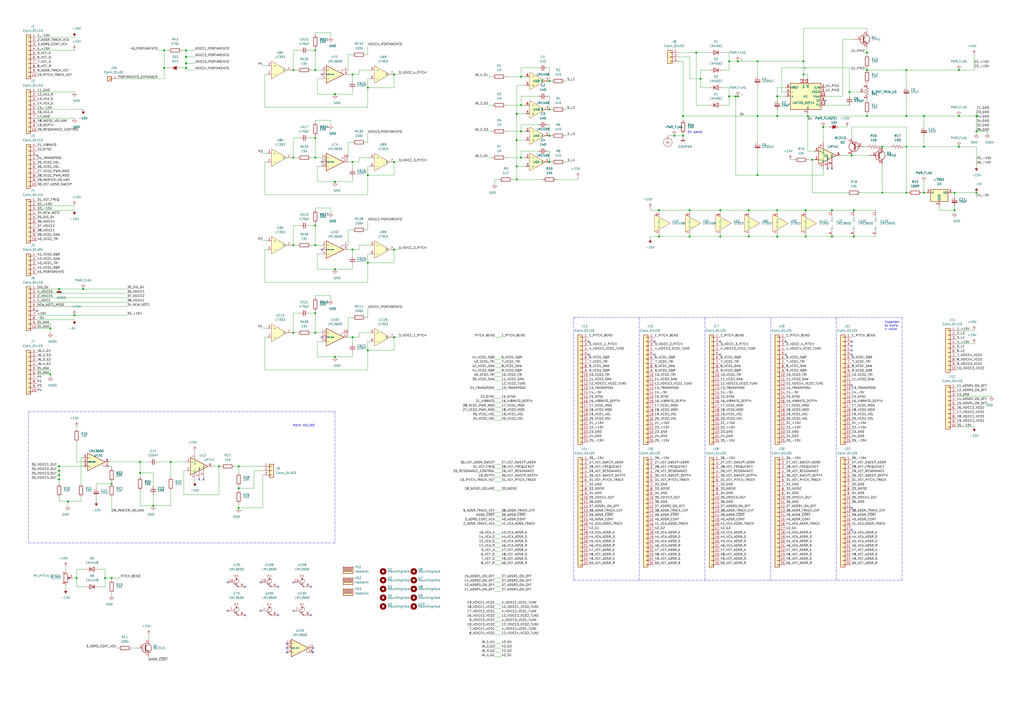
<source format=kicad_sch>
(kicad_sch (version 20211123) (generator eeschema)
  (paper "A2")
  (junction (at 553.72 121.92))
  (junction (at 228.6 93.98))
  (junction (at 170.18 142.24))
  (junction (at 535.94 111.76))
  (junction (at 482.6 121.92))
  (junction (at 318.77 63.5))
  (junction (at 525.78 111.76))
  (junction (at 182.88 142.24))
  (junction (at 43.18 182.88))
  (junction (at 502.92 40.64))
  (junction (at 427.99 35.56))
  (junction (at 127 270.51))
  (junction (at 467.36 137.16))
  (junction (at 81.28 274.32))
  (junction (at 170.18 193.04))
  (junction (at 81.28 267.97))
  (junction (at 450.85 121.92))
  (junction (at 194.31 207.01))
  (junction (at 439.42 67.31))
  (junction (at 299.72 96.52))
  (junction (at 466.09 43.18))
  (junction (at 525.78 85.09))
  (junction (at 182.88 181.61))
  (junction (at 170.18 40.64))
  (junction (at 556.26 85.09))
  (junction (at 450.85 55.88))
  (junction (at 34.29 270.51))
  (junction (at 400.05 137.16))
  (junction (at 107.95 33.02))
  (junction (at 535.94 85.09))
  (junction (at 204.47 144.78))
  (junction (at 182.88 130.81))
  (junction (at 556.26 67.31))
  (junction (at 64.77 335.28))
  (junction (at 525.78 40.64))
  (junction (at 400.05 121.92))
  (junction (at 34.29 278.13))
  (junction (at 34.29 167.64))
  (junction (at 450.85 137.16))
  (junction (at 391.16 78.74))
  (junction (at 95.25 29.21))
  (junction (at 434.34 137.16))
  (junction (at 396.24 67.31))
  (junction (at 138.43 294.64))
  (junction (at 194.31 156.21))
  (junction (at 204.47 93.98))
  (junction (at 182.88 91.44))
  (junction (at 477.52 73.66))
  (junction (at 48.26 167.64))
  (junction (at 302.26 91.44))
  (junction (at 182.88 80.01))
  (junction (at 382.27 137.16))
  (junction (at 44.45 335.28))
  (junction (at 495.3 137.16))
  (junction (at 511.81 85.09))
  (junction (at 494.03 90.17))
  (junction (at 302.26 60.96))
  (junction (at 495.3 121.92))
  (junction (at 34.29 273.05))
  (junction (at 318.77 93.98))
  (junction (at 204.47 195.58))
  (junction (at 439.42 101.6))
  (junction (at 396.24 78.74))
  (junction (at 318.77 46.99))
  (junction (at 138.43 270.51))
  (junction (at 467.36 121.92))
  (junction (at 426.72 55.88))
  (junction (at 556.26 40.64))
  (junction (at 439.42 35.56))
  (junction (at 566.42 67.31))
  (junction (at 194.31 105.41))
  (junction (at 406.4 45.72))
  (junction (at 107.95 36.83))
  (junction (at 213.36 203.2))
  (junction (at 182.88 40.64))
  (junction (at 417.83 137.16))
  (junction (at 417.83 121.92))
  (junction (at 107.95 39.37))
  (junction (at 482.6 137.16))
  (junction (at 170.18 91.44))
  (junction (at 382.27 121.92))
  (junction (at 434.34 121.92))
  (junction (at 525.78 67.31))
  (junction (at 535.94 67.31))
  (junction (at 204.47 43.18))
  (junction (at 194.31 54.61))
  (junction (at 502.92 67.31))
  (junction (at 566.42 76.2))
  (junction (at 99.06 267.97))
  (junction (at 403.86 30.48))
  (junction (at 299.72 104.14))
  (junction (at 471.17 92.71))
  (junction (at 34.29 275.59))
  (junction (at 511.81 111.76))
  (junction (at 302.26 44.45))
  (junction (at 450.85 67.31))
  (junction (at 88.9 293.37))
  (junction (at 213.36 152.4))
  (junction (at 299.72 66.04))
  (junction (at 228.6 144.78))
  (junction (at 553.72 111.76))
  (junction (at 492.76 53.34))
  (junction (at 502.92 30.48))
  (junction (at 468.63 67.31))
  (junction (at 29.21 190.5))
  (junction (at 422.91 35.56))
  (junction (at 422.91 55.88))
  (junction (at 302.26 76.2))
  (junction (at 228.6 43.18))
  (junction (at 427.99 55.88))
  (junction (at 138.43 283.21))
  (junction (at 318.77 78.74))
  (junction (at 466.09 35.56))
  (junction (at 213.36 50.8))
  (junction (at 182.88 29.21))
  (junction (at 60.96 335.28))
  (junction (at 64.77 280.67))
  (junction (at 228.6 195.58))
  (junction (at 566.42 111.76))
  (junction (at 29.21 217.17))
  (junction (at 299.72 81.28))
  (junction (at 95.25 39.37))
  (junction (at 39.37 290.83))
  (junction (at 182.88 193.04))
  (junction (at 107.95 29.21))
  (junction (at 213.36 101.6))
  (no_connect (at 142.24 356.87))
  (no_connect (at 455.93 198.12))
  (no_connect (at 494.03 294.64))
  (no_connect (at 181.61 375.92))
  (no_connect (at 180.34 356.87))
  (no_connect (at 186.69 195.58))
  (no_connect (at 186.69 93.98))
  (no_connect (at 161.29 356.87))
  (no_connect (at 379.73 198.12))
  (no_connect (at 180.34 340.36))
  (no_connect (at 118.11 278.13))
  (no_connect (at 494.03 205.74))
  (no_connect (at 181.61 378.46))
  (no_connect (at 478.79 58.42))
  (no_connect (at 494.03 198.12))
  (no_connect (at 21.59 180.34))
  (no_connect (at 132.08 354.33))
  (no_connect (at 166.37 378.46))
  (no_connect (at 494.03 203.2))
  (no_connect (at 166.37 375.92))
  (no_connect (at 186.69 43.18))
  (no_connect (at 494.03 200.66))
  (no_connect (at 166.37 373.38))
  (no_connect (at 170.18 337.82))
  (no_connect (at 161.29 340.36))
  (no_connect (at 151.13 354.33))
  (no_connect (at 151.13 337.82))
  (no_connect (at 480.06 97.79))
  (no_connect (at 417.83 205.74))
  (no_connect (at 132.08 337.82))
  (no_connect (at 482.6 97.79))
  (no_connect (at 494.03 223.52))
  (no_connect (at 170.18 354.33))
  (no_connect (at 142.24 340.36))
  (no_connect (at 115.57 278.13))
  (no_connect (at 186.69 144.78))
  (no_connect (at 341.63 198.12))
  (no_connect (at 21.59 90.17))
  (no_connect (at 341.63 205.74))
  (no_connect (at 494.03 307.34))
  (no_connect (at 455.93 205.74))
  (no_connect (at 417.83 198.12))
  (no_connect (at 379.73 205.74))
  (wire (pts (xy 304.8 60.96) (xy 302.26 60.96)))
  (wire (pts (xy 287.02 226.06) (xy 290.83 226.06)))
  (wire (pts (xy 212.09 31.75) (xy 213.36 31.75)))
  (wire (pts (xy 293.37 60.96) (xy 302.26 60.96)))
  (wire (pts (xy 88.9 274.32) (xy 81.28 274.32)))
  (wire (pts (xy 287.02 271.78) (xy 290.83 271.78)))
  (wire (pts (xy 213.36 203.2) (xy 228.6 203.2)))
  (wire (pts (xy 213.36 62.23) (xy 153.67 62.23)))
  (wire (pts (xy 471.17 92.71) (xy 472.44 92.71)))
  (wire (pts (xy 403.86 30.48) (xy 411.48 30.48)))
  (wire (pts (xy 204.47 195.58) (xy 208.28 195.58)))
  (wire (pts (xy 127 287.02) (xy 127 270.51)))
  (wire (pts (xy 302.26 44.45) (xy 304.8 44.45)))
  (wire (pts (xy 302.26 87.63) (xy 302.26 91.44)))
  (wire (pts (xy 88.9 287.02) (xy 88.9 293.37)))
  (wire (pts (xy 97.79 29.21) (xy 95.25 29.21)))
  (wire (pts (xy 88.9 274.32) (xy 88.9 281.94)))
  (wire (pts (xy 524.51 85.09) (xy 525.78 85.09)))
  (wire (pts (xy 393.7 35.56) (xy 396.24 35.56)))
  (wire (pts (xy 21.59 53.34) (xy 43.18 53.34)))
  (polyline (pts (xy 408.94 184.15) (xy 408.94 336.55)))
  (wire (pts (xy 287.02 241.3) (xy 290.83 241.3)))
  (wire (pts (xy 213.36 113.03) (xy 153.67 113.03)))
  (wire (pts (xy 553.72 114.3) (xy 553.72 111.76)))
  (wire (pts (xy 46.99 280.67) (xy 46.99 265.43)))
  (wire (pts (xy 467.36 137.16) (xy 467.36 135.89)))
  (wire (pts (xy 290.83 358.14) (xy 287.02 358.14)))
  (wire (pts (xy 128.27 270.51) (xy 127 270.51)))
  (wire (pts (xy 208.28 193.04) (xy 214.63 193.04)))
  (wire (pts (xy 201.93 193.04) (xy 201.93 184.15)))
  (wire (pts (xy 21.59 175.26) (xy 73.66 175.26)))
  (wire (pts (xy 191.77 120.65) (xy 182.88 120.65)))
  (wire (pts (xy 290.83 218.44) (xy 287.02 218.44)))
  (wire (pts (xy 419.1 30.48) (xy 422.91 30.48)))
  (wire (pts (xy 213.36 45.72) (xy 213.36 50.8)))
  (wire (pts (xy 152.4 275.59) (xy 152.4 294.64)))
  (wire (pts (xy 318.77 63.5) (xy 320.04 63.5)))
  (wire (pts (xy 182.88 142.24) (xy 186.69 142.24)))
  (wire (pts (xy 290.83 373.38) (xy 287.02 373.38)))
  (wire (pts (xy 29.21 193.04) (xy 29.21 190.5)))
  (wire (pts (xy 327.66 46.99) (xy 328.93 46.99)))
  (wire (pts (xy 182.88 29.21) (xy 182.88 40.64)))
  (wire (pts (xy 168.91 91.44) (xy 170.18 91.44)))
  (wire (pts (xy 43.18 182.88) (xy 73.66 182.88)))
  (wire (pts (xy 33.02 278.13) (xy 34.29 278.13)))
  (wire (pts (xy 566.42 96.52) (xy 566.42 85.09)))
  (wire (pts (xy 287.02 317.5) (xy 290.83 317.5)))
  (wire (pts (xy 153.67 43.18) (xy 154.94 43.18)))
  (wire (pts (xy 194.31 207.01) (xy 204.47 207.01)))
  (polyline (pts (xy 16.51 314.96) (xy 16.51 238.76)))
  (wire (pts (xy 396.24 67.31) (xy 396.24 69.85)))
  (wire (pts (xy 204.47 105.41) (xy 204.47 102.87)))
  (wire (pts (xy 312.42 72.39) (xy 302.26 72.39)))
  (wire (pts (xy 184.15 54.61) (xy 194.31 54.61)))
  (wire (pts (xy 556.26 85.09) (xy 535.94 85.09)))
  (wire (pts (xy 204.47 97.79) (xy 204.47 93.98)))
  (wire (pts (xy 204.47 199.39) (xy 204.47 195.58)))
  (polyline (pts (xy 332.74 184.15) (xy 523.24 184.15)))
  (wire (pts (xy 553.72 123.19) (xy 553.72 121.92)))
  (wire (pts (xy 534.67 111.76) (xy 535.94 111.76)))
  (wire (pts (xy 502.92 58.42) (xy 502.92 57.15)))
  (wire (pts (xy 406.4 45.72) (xy 400.05 45.72)))
  (wire (pts (xy 566.42 76.2) (xy 566.42 67.31)))
  (wire (pts (xy 213.36 101.6) (xy 213.36 113.03)))
  (wire (pts (xy 396.24 67.31) (xy 439.42 67.31)))
  (wire (pts (xy 182.88 193.04) (xy 186.69 193.04)))
  (wire (pts (xy 173.99 80.01) (xy 170.18 80.01)))
  (wire (pts (xy 180.34 193.04) (xy 182.88 193.04)))
  (wire (pts (xy 34.29 280.67) (xy 34.29 278.13)))
  (wire (pts (xy 213.36 96.52) (xy 213.36 101.6)))
  (wire (pts (xy 214.63 45.72) (xy 213.36 45.72)))
  (wire (pts (xy 525.78 73.66) (xy 494.03 73.66)))
  (wire (pts (xy 312.42 87.63) (xy 302.26 87.63)))
  (wire (pts (xy 318.77 39.37) (xy 317.5 39.37)))
  (wire (pts (xy 450.85 135.89) (xy 450.85 137.16)))
  (wire (pts (xy 191.77 21.59) (xy 191.77 19.05)))
  (wire (pts (xy 565.15 199.39) (xy 554.99 199.39)))
  (wire (pts (xy 287.02 269.24) (xy 290.83 269.24)))
  (wire (pts (xy 318.77 93.98) (xy 320.04 93.98)))
  (wire (pts (xy 502.92 27.94) (xy 502.92 30.48)))
  (wire (pts (xy 287.02 231.14) (xy 290.83 231.14)))
  (wire (pts (xy 422.91 55.88) (xy 426.72 55.88)))
  (wire (pts (xy 182.88 129.54) (xy 182.88 130.81)))
  (wire (pts (xy 502.92 16.51) (xy 466.09 16.51)))
  (wire (pts (xy 231.14 93.98) (xy 228.6 93.98)))
  (wire (pts (xy 43.18 182.88) (xy 21.59 182.88)))
  (wire (pts (xy 502.92 30.48) (xy 501.65 30.48)))
  (wire (pts (xy 213.36 152.4) (xy 228.6 152.4)))
  (wire (pts (xy 170.18 40.64) (xy 172.72 40.64)))
  (wire (pts (xy 511.81 111.76) (xy 511.81 95.25)))
  (wire (pts (xy 527.05 111.76) (xy 525.78 111.76)))
  (wire (pts (xy 467.36 121.92) (xy 467.36 123.19)))
  (wire (pts (xy 287.02 220.98) (xy 290.83 220.98)))
  (wire (pts (xy 213.36 26.67) (xy 213.36 31.75)))
  (wire (pts (xy 387.35 78.74) (xy 391.16 78.74)))
  (wire (pts (xy 95.25 39.37) (xy 95.25 29.21)))
  (wire (pts (xy 69.85 335.28) (xy 64.77 335.28)))
  (wire (pts (xy 472.44 87.63) (xy 468.63 87.63)))
  (wire (pts (xy 194.31 156.21) (xy 204.47 156.21)))
  (wire (pts (xy 400.05 121.92) (xy 382.27 121.92)))
  (wire (pts (xy 44.45 256.54) (xy 44.45 267.97)))
  (wire (pts (xy 48.26 167.64) (xy 73.66 167.64)))
  (wire (pts (xy 86.36 383.54) (xy 86.36 381)))
  (wire (pts (xy 312.42 39.37) (xy 302.26 39.37)))
  (polyline (pts (xy 332.74 336.55) (xy 332.74 184.15)))
  (wire (pts (xy 417.83 135.89) (xy 417.83 137.16)))
  (wire (pts (xy 213.36 198.12) (xy 213.36 203.2)))
  (wire (pts (xy 302.26 76.2) (xy 293.37 76.2)))
  (wire (pts (xy 422.91 30.48) (xy 422.91 35.56)))
  (wire (pts (xy 34.29 290.83) (xy 34.29 288.29)))
  (wire (pts (xy 29.21 217.17) (xy 21.59 217.17)))
  (wire (pts (xy 322.58 104.14) (xy 335.28 104.14)))
  (wire (pts (xy 208.28 195.58) (xy 208.28 193.04)))
  (wire (pts (xy 170.18 142.24) (xy 172.72 142.24)))
  (wire (pts (xy 287.02 297.18) (xy 290.83 297.18)))
  (wire (pts (xy 287.02 279.4) (xy 290.83 279.4)))
  (wire (pts (xy 34.29 278.13) (xy 34.29 275.59)))
  (wire (pts (xy 302.26 39.37) (xy 302.26 44.45)))
  (wire (pts (xy 471.17 111.76) (xy 491.49 111.76)))
  (wire (pts (xy 81.28 293.37) (xy 81.28 284.48)))
  (wire (pts (xy 55.88 280.67) (xy 64.77 280.67)))
  (wire (pts (xy 48.26 63.5) (xy 21.59 63.5)))
  (wire (pts (xy 180.34 142.24) (xy 182.88 142.24)))
  (wire (pts (xy 201.93 40.64) (xy 201.93 31.75)))
  (wire (pts (xy 287.02 320.04) (xy 290.83 320.04)))
  (wire (pts (xy 46.99 265.43) (xy 48.26 265.43)))
  (wire (pts (xy 204.47 43.18) (xy 208.28 43.18)))
  (wire (pts (xy 213.36 163.83) (xy 153.67 163.83)))
  (wire (pts (xy 283.21 44.45) (xy 285.75 44.45)))
  (wire (pts (xy 455.93 53.34) (xy 453.39 53.34)))
  (wire (pts (xy 391.16 78.74) (xy 396.24 78.74)))
  (wire (pts (xy 290.83 368.3) (xy 287.02 368.3)))
  (wire (pts (xy 184.15 207.01) (xy 194.31 207.01)))
  (wire (pts (xy 293.37 44.45) (xy 302.26 44.45)))
  (wire (pts (xy 55.88 290.83) (xy 55.88 288.29)))
  (wire (pts (xy 86.36 370.84) (xy 86.36 368.3)))
  (wire (pts (xy 283.21 91.44) (xy 285.75 91.44)))
  (wire (pts (xy 34.29 270.51) (xy 48.26 270.51)))
  (wire (pts (xy 299.72 81.28) (xy 299.72 66.04)))
  (wire (pts (xy 283.21 60.96) (xy 285.75 60.96)))
  (wire (pts (xy 328.93 78.74) (xy 327.66 78.74)))
  (wire (pts (xy 99.06 39.37) (xy 95.25 39.37)))
  (wire (pts (xy 287.02 276.86) (xy 290.83 276.86)))
  (wire (pts (xy 214.63 198.12) (xy 213.36 198.12)))
  (wire (pts (xy 201.93 91.44) (xy 201.93 82.55)))
  (wire (pts (xy 138.43 281.94) (xy 138.43 283.21)))
  (wire (pts (xy 191.77 171.45) (xy 182.88 171.45)))
  (wire (pts (xy 204.47 148.59) (xy 204.47 144.78)))
  (wire (pts (xy 64.77 335.28) (xy 60.96 335.28)))
  (wire (pts (xy 422.91 50.8) (xy 419.1 50.8)))
  (wire (pts (xy 170.18 91.44) (xy 172.72 91.44)))
  (wire (pts (xy 477.52 97.79) (xy 477.52 101.6)))
  (wire (pts (xy 107.95 273.05) (xy 106.68 273.05)))
  (wire (pts (xy 106.68 287.02) (xy 127 287.02)))
  (wire (pts (xy 382.27 121.92) (xy 382.27 123.19)))
  (wire (pts (xy 299.72 66.04) (xy 299.72 49.53)))
  (wire (pts (xy 184.15 147.32) (xy 184.15 156.21)))
  (wire (pts (xy 49.53 340.36) (xy 44.45 340.36)))
  (wire (pts (xy 38.1 341.63) (xy 38.1 339.09)))
  (wire (pts (xy 29.21 190.5) (xy 21.59 190.5)))
  (wire (pts (xy 495.3 137.16) (xy 482.6 137.16)))
  (wire (pts (xy 55.88 283.21) (xy 55.88 280.67)))
  (wire (pts (xy 556.26 40.64) (xy 565.15 40.64)))
  (wire (pts (xy 91.44 267.97) (xy 99.06 267.97)))
  (wire (pts (xy 287.02 312.42) (xy 290.83 312.42)))
  (wire (pts (xy 138.43 283.21) (xy 147.32 283.21)))
  (wire (pts (xy 179.07 130.81) (xy 182.88 130.81)))
  (wire (pts (xy 81.28 267.97) (xy 81.28 274.32)))
  (wire (pts (xy 33.02 270.51) (xy 34.29 270.51)))
  (wire (pts (xy 511.81 111.76) (xy 525.78 111.76)))
  (wire (pts (xy 382.27 137.16) (xy 377.19 137.16)))
  (wire (pts (xy 304.8 81.28) (xy 299.72 81.28)))
  (wire (pts (xy 182.88 120.65) (xy 182.88 121.92)))
  (wire (pts (xy 182.88 27.94) (xy 182.88 29.21)))
  (wire (pts (xy 471.17 92.71) (xy 471.17 111.76)))
  (wire (pts (xy 182.88 80.01) (xy 182.88 91.44)))
  (wire (pts (xy 290.83 208.28) (xy 287.02 208.28)))
  (wire (pts (xy 107.95 40.64) (xy 107.95 39.37)))
  (wire (pts (xy 182.88 69.85) (xy 182.88 71.12)))
  (wire (pts (xy 477.52 73.66) (xy 481.33 73.66)))
  (wire (pts (xy 43.18 119.38) (xy 21.59 119.38)))
  (wire (pts (xy 173.99 130.81) (xy 170.18 130.81)))
  (wire (pts (xy 439.42 49.53) (xy 439.42 67.31)))
  (wire (pts (xy 478.79 55.88) (xy 488.95 55.88)))
  (wire (pts (xy 450.85 67.31) (xy 468.63 67.31)))
  (wire (pts (xy 525.78 85.09) (xy 535.94 85.09)))
  (wire (pts (xy 213.36 179.07) (xy 213.36 184.15)))
  (wire (pts (xy 468.63 92.71) (xy 471.17 92.71)))
  (wire (pts (xy 43.18 121.92) (xy 21.59 121.92)))
  (wire (pts (xy 34.29 167.64) (xy 48.26 167.64)))
  (wire (pts (xy 422.91 35.56) (xy 427.99 35.56)))
  (wire (pts (xy 511.81 85.09) (xy 510.54 85.09)))
  (wire (pts (xy 400.05 33.02) (xy 393.7 33.02)))
  (wire (pts (xy 287.02 195.58) (xy 290.83 195.58)))
  (wire (pts (xy 138.43 294.64) (xy 138.43 292.1)))
  (wire (pts (xy 302.26 55.88) (xy 312.42 55.88)))
  (wire (pts (xy 287.02 284.48) (xy 290.83 284.48)))
  (wire (pts (xy 466.09 43.18) (xy 466.09 45.72)))
  (wire (pts (xy 411.48 40.64) (xy 406.4 40.64)))
  (wire (pts (xy 502.92 66.04) (xy 502.92 67.31)))
  (wire (pts (xy 318.77 78.74) (xy 318.77 72.39)))
  (wire (pts (xy 168.91 193.04) (xy 170.18 193.04)))
  (wire (pts (xy 191.77 72.39) (xy 191.77 69.85)))
  (polyline (pts (xy 370.84 184.15) (xy 370.84 336.55)))
  (wire (pts (xy 201.93 133.35) (xy 204.47 133.35)))
  (wire (pts (xy 382.27 137.16) (xy 400.05 137.16)))
  (wire (pts (xy 138.43 270.51) (xy 152.4 270.51)))
  (wire (pts (xy 214.63 147.32) (xy 213.36 147.32)))
  (wire (pts (xy 213.36 50.8) (xy 228.6 50.8)))
  (wire (pts (xy 535.94 111.76) (xy 535.94 105.41)))
  (wire (pts (xy 575.31 229.87) (xy 554.99 229.87)))
  (wire (pts (xy 153.67 113.03) (xy 153.67 93.98)))
  (wire (pts (xy 201.93 31.75) (xy 204.47 31.75)))
  (wire (pts (xy 516.89 85.09) (xy 511.81 85.09)))
  (wire (pts (xy 565.15 191.77) (xy 554.99 191.77)))
  (wire (pts (xy 478.79 60.96) (xy 492.76 60.96)))
  (wire (pts (xy 213.36 50.8) (xy 213.36 62.23)))
  (wire (pts (xy 302.26 91.44) (xy 304.8 91.44)))
  (wire (pts (xy 152.4 88.9) (xy 154.94 88.9)))
  (wire (pts (xy 439.42 87.63) (xy 439.42 101.6)))
  (wire (pts (xy 553.72 111.76) (xy 552.45 111.76)))
  (wire (pts (xy 182.88 19.05) (xy 182.88 20.32)))
  (wire (pts (xy 482.6 137.16) (xy 467.36 137.16)))
  (wire (pts (xy 477.52 73.66) (xy 477.52 82.55)))
  (wire (pts (xy 184.15 96.52) (xy 184.15 105.41)))
  (wire (pts (xy 21.59 68.58) (xy 43.18 68.58)))
  (wire (pts (xy 450.85 58.42) (xy 450.85 55.88)))
  (wire (pts (xy 287.02 213.36) (xy 290.83 213.36)))
  (wire (pts (xy 212.09 184.15) (xy 213.36 184.15)))
  (wire (pts (xy 434.34 137.16) (xy 450.85 137.16)))
  (wire (pts (xy 318.77 55.88) (xy 318.77 63.5)))
  (wire (pts (xy 468.63 67.31) (xy 468.63 87.63)))
  (wire (pts (xy 208.28 144.78) (xy 208.28 142.24)))
  (wire (pts (xy 287.02 355.6) (xy 290.83 355.6)))
  (wire (pts (xy 138.43 283.21) (xy 138.43 284.48)))
  (wire (pts (xy 64.77 280.67) (xy 64.77 279.4)))
  (wire (pts (xy 43.18 185.42) (xy 21.59 185.42)))
  (wire (pts (xy 396.24 80.01) (xy 396.24 78.74)))
  (wire (pts (xy 201.93 144.78) (xy 204.47 144.78)))
  (wire (pts (xy 287.02 340.36) (xy 290.83 340.36)))
  (wire (pts (xy 525.78 85.09) (xy 525.78 111.76)))
  (wire (pts (xy 57.15 330.2) (xy 60.96 330.2)))
  (wire (pts (xy 287.02 309.88) (xy 290.83 309.88)))
  (wire (pts (xy 21.59 167.64) (xy 34.29 167.64)))
  (wire (pts (xy 450.85 63.5) (xy 450.85 67.31)))
  (wire (pts (xy 318.77 46.99) (xy 320.04 46.99)))
  (wire (pts (xy 450.85 121.92) (xy 467.36 121.92)))
  (wire (pts (xy 107.95 39.37) (xy 104.14 39.37)))
  (wire (pts (xy 502.92 39.37) (xy 502.92 40.64)))
  (wire (pts (xy 184.15 198.12) (xy 184.15 207.01)))
  (wire (pts (xy 439.42 35.56) (xy 466.09 35.56)))
  (wire (pts (xy 535.94 85.09) (xy 535.94 78.74)))
  (wire (pts (xy 535.94 67.31) (xy 525.78 67.31)))
  (wire (pts (xy 153.67 214.63) (xy 153.67 195.58)))
  (wire (pts (xy 153.67 144.78) (xy 154.94 144.78)))
  (wire (pts (xy 422.91 35.56) (xy 422.91 40.64)))
  (wire (pts (xy 466.09 16.51) (xy 466.09 35.56)))
  (wire (pts (xy 170.18 130.81) (xy 170.18 142.24)))
  (wire (pts (xy 287.02 302.26) (xy 290.83 302.26)))
  (wire (pts (xy 467.36 121.92) (xy 482.6 121.92)))
  (wire (pts (xy 287.02 299.72) (xy 290.83 299.72)))
  (wire (pts (xy 572.77 76.2) (xy 566.42 76.2)))
  (wire (pts (xy 152.4 294.64) (xy 138.43 294.64)))
  (wire (pts (xy 426.72 101.6) (xy 426.72 55.88)))
  (wire (pts (xy 182.88 40.64) (xy 186.69 40.64)))
  (wire (pts (xy 191.77 69.85) (xy 182.88 69.85)))
  (wire (pts (xy 60.96 330.2) (xy 60.96 335.28)))
  (wire (pts (xy 556.26 67.31) (xy 535.94 67.31)))
  (wire (pts (xy 302.26 76.2) (xy 304.8 76.2)))
  (wire (pts (xy 152.4 139.7) (xy 154.94 139.7)))
  (wire (pts (xy 170.18 29.21) (xy 170.18 40.64)))
  (wire (pts (xy 287.02 210.82) (xy 290.83 210.82)))
  (wire (pts (xy 525.78 40.64) (xy 502.92 40.64)))
  (wire (pts (xy 417.83 137.16) (xy 434.34 137.16)))
  (wire (pts (xy 127 270.51) (xy 123.19 270.51)))
  (wire (pts (xy 88.9 293.37) (xy 99.06 293.37)))
  (wire (pts (xy 417.83 123.19) (xy 417.83 121.92)))
  (polyline (pts (xy 194.31 314.96) (xy 16.51 314.96)))
  (wire (pts (xy 314.96 104.14) (xy 299.72 104.14)))
  (polyline (pts (xy 194.31 238.76) (xy 194.31 314.96)))
  (wire (pts (xy 283.21 76.2) (xy 285.75 76.2)))
  (wire (pts (xy 287.02 104.14) (xy 287.02 106.68)))
  (wire (pts (xy 213.36 128.27) (xy 213.36 133.35)))
  (wire (pts (xy 204.47 46.99) (xy 204.47 43.18)))
  (wire (pts (xy 173.99 181.61) (xy 170.18 181.61)))
  (wire (pts (xy 566.42 67.31) (xy 566.42 63.5)))
  (wire (pts (xy 287.02 342.9) (xy 290.83 342.9)))
  (wire (pts (xy 168.91 40.64) (xy 170.18 40.64)))
  (polyline (pts (xy 485.14 184.15) (xy 485.14 336.55)))
  (wire (pts (xy 566.42 111.76) (xy 566.42 114.3)))
  (wire (pts (xy 488.95 22.86) (xy 495.3 22.86)))
  (wire (pts (xy 299.72 104.14) (xy 299.72 96.52)))
  (wire (pts (xy 186.69 96.52) (xy 184.15 96.52)))
  (wire (pts (xy 63.5 267.97) (xy 81.28 267.97)))
  (wire (pts (xy 21.59 214.63) (xy 29.21 214.63)))
  (wire (pts (xy 299.72 104.14) (xy 297.18 104.14)))
  (wire (pts (xy 208.28 43.18) (xy 208.28 40.64)))
  (wire (pts (xy 304.8 66.04) (xy 299.72 66.04)))
  (wire (pts (xy 34.29 273.05) (xy 34.29 270.51)))
  (wire (pts (xy 400.05 137.16) (xy 400.05 135.89)))
  (wire (pts (xy 317.5 55.88) (xy 318.77 55.88)))
  (wire (pts (xy 299.72 49.53) (xy 304.8 49.53)))
  (wire (pts (xy 290.83 375.92) (xy 287.02 375.92)))
  (wire (pts (xy 287.02 365.76) (xy 290.83 365.76)))
  (wire (pts (xy 68.58 45.72) (xy 95.25 45.72)))
  (wire (pts (xy 287.02 327.66) (xy 290.83 327.66)))
  (wire (pts (xy 466.09 35.56) (xy 466.09 43.18)))
  (wire (pts (xy 60.96 340.36) (xy 57.15 340.36)))
  (wire (pts (xy 461.01 92.71) (xy 458.47 92.71)))
  (wire (pts (xy 201.93 93.98) (xy 204.47 93.98)))
  (wire (pts (xy 201.93 184.15) (xy 204.47 184.15)))
  (wire (pts (xy 502.92 48.26) (xy 502.92 49.53)))
  (wire (pts (xy 494.03 73.66) (xy 494.03 80.01)))
  (wire (pts (xy 44.45 267.97) (xy 48.26 267.97)))
  (wire (pts (xy 400.05 123.19) (xy 400.05 121.92)))
  (wire (pts (xy 525.78 40.64) (xy 556.26 40.64)))
  (wire (pts (xy 99.06 284.48) (xy 99.06 293.37)))
  (wire (pts (xy 328.93 63.5) (xy 327.66 63.5)))
  (wire (pts (xy 46.99 288.29) (xy 46.99 290.83)))
  (wire (pts (xy 194.31 54.61) (xy 204.47 54.61)))
  (wire (pts (xy 434.34 123.19) (xy 434.34 121.92)))
  (wire (pts (xy 173.99 29.21) (xy 170.18 29.21)))
  (wire (pts (xy 88.9 293.37) (xy 81.28 293.37)))
  (wire (pts (xy 213.36 101.6) (xy 228.6 101.6)))
  (wire (pts (xy 106.68 273.05) (xy 106.68 287.02)))
  (wire (pts (xy 377.19 121.92) (xy 382.27 121.92)))
  (wire (pts (xy 535.94 111.76) (xy 537.21 111.76)))
  (wire (pts (xy 335.28 104.14) (xy 335.28 102.87)))
  (wire (pts (xy 502.92 17.78) (xy 502.92 16.51)))
  (wire (pts (xy 138.43 274.32) (xy 138.43 270.51)))
  (wire (pts (xy 107.95 36.83) (xy 107.95 33.02)))
  (wire (pts (xy 168.91 142.24) (xy 170.18 142.24)))
  (wire (pts (xy 502.92 40.64) (xy 501.65 40.64)))
  (wire (pts (xy 170.18 181.61) (xy 170.18 193.04)))
  (wire (pts (xy 287.02 238.76) (xy 290.83 238.76)))
  (wire (pts (xy 153.67 195.58) (xy 154.94 195.58)))
  (wire (pts (xy 287.02 215.9) (xy 290.83 215.9)))
  (wire (pts (xy 556.26 85.09) (xy 566.42 85.09)))
  (wire (pts (xy 293.37 91.44) (xy 302.26 91.44)))
  (wire (pts (xy 508 137.16) (xy 495.3 137.16)))
  (wire (pts (xy 468.63 67.31) (xy 468.63 66.04)))
  (wire (pts (xy 406.4 45.72) (xy 406.4 50.8)))
  (wire (pts (xy 208.28 93.98) (xy 208.28 91.44)))
  (wire (pts (xy 204.47 54.61) (xy 204.47 52.07)))
  (wire (pts (xy 81.28 267.97) (xy 86.36 267.97)))
  (wire (pts (xy 287.02 335.28) (xy 290.83 335.28)))
  (wire (pts (xy 29.21 218.44) (xy 29.21 217.17)))
  (wire (pts (xy 318.77 78.74) (xy 320.04 78.74)))
  (wire (pts (xy 182.88 78.74) (xy 182.88 80.01)))
  (wire (pts (xy 180.34 40.64) (xy 182.88 40.64)))
  (wire (pts (xy 213.36 214.63) (xy 153.67 214.63)))
  (wire (pts (xy 41.91 335.28) (xy 44.45 335.28)))
  (wire (pts (xy 417.83 121.92) (xy 434.34 121.92)))
  (wire (pts (xy 287.02 363.22) (xy 290.83 363.22)))
  (wire (pts (xy 400.05 45.72) (xy 400.05 33.02)))
  (wire (pts (xy 152.4 190.5) (xy 154.94 190.5)))
  (wire (pts (xy 64.77 288.29) (xy 64.77 297.18)))
  (wire (pts (xy 434.34 121.92) (xy 450.85 121.92)))
  (wire (pts (xy 468.63 43.18) (xy 466.09 43.18)))
  (wire (pts (xy 64.77 270.51) (xy 63.5 270.51)))
  (wire (pts (xy 204.47 93.98) (xy 208.28 93.98)))
  (wire (pts (xy 39.37 290.83) (xy 34.29 290.83)))
  (wire (pts (xy 213.36 152.4) (xy 213.36 163.83)))
  (wire (pts (xy 170.18 193.04) (xy 172.72 193.04)))
  (wire (pts (xy 64.77 345.44) (xy 64.77 344.17)))
  (wire (pts (xy 186.69 198.12) (xy 184.15 198.12)))
  (wire (pts (xy 208.28 91.44) (xy 214.63 91.44)))
  (wire (pts (xy 318.77 46.99) (xy 318.77 39.37)))
  (wire (pts (xy 553.72 111.76) (xy 566.42 111.76)))
  (wire (pts (xy 327.66 93.98) (xy 328.93 93.98)))
  (wire (pts (xy 21.59 170.18) (xy 73.66 170.18)))
  (wire (pts (xy 39.37 293.37) (xy 39.37 290.83)))
  (wire (pts (xy 439.42 82.55) (xy 439.42 67.31)))
  (wire (pts (xy 184.15 45.72) (xy 184.15 54.61)))
  (wire (pts (xy 422.91 55.88) (xy 422.91 50.8)))
  (wire (pts (xy 287.02 325.12) (xy 290.83 325.12)))
  (wire (pts (xy 180.34 91.44) (xy 182.88 91.44)))
  (wire (pts (xy 492.76 55.88) (xy 492.76 53.34)))
  (wire (pts (xy 525.78 50.8) (xy 525.78 40.64)))
  (wire (pts (xy 228.6 152.4) (xy 228.6 144.78)))
  (wire (pts (xy 191.77 19.05) (xy 182.88 19.05)))
  (polyline (pts (xy 16.51 238.76) (xy 194.31 238.76)))
  (wire (pts (xy 299.72 96.52) (xy 299.72 81.28)))
  (wire (pts (xy 107.95 39.37) (xy 107.95 36.83)))
  (wire (pts (xy 453.39 39.37) (xy 492.76 39.37)))
  (wire (pts (xy 427.99 35.56) (xy 439.42 35.56)))
  (wire (pts (xy 317.5 87.63) (xy 318.77 87.63)))
  (wire (pts (xy 44.45 330.2) (xy 49.53 330.2)))
  (wire (pts (xy 499.11 111.76) (xy 511.81 111.76)))
  (wire (pts (xy 29.21 214.63) (xy 29.21 217.17)))
  (wire (pts (xy 566.42 77.47) (xy 566.42 76.2)))
  (wire (pts (xy 450.85 123.19) (xy 450.85 121.92)))
  (wire (pts (xy 289.56 104.14) (xy 287.02 104.14)))
  (polyline (pts (xy 523.24 184.15) (xy 523.24 336.55)))
  (wire (pts (xy 182.88 171.45) (xy 182.88 172.72)))
  (wire (pts (xy 422.91 40.64) (xy 419.1 40.64)))
  (wire (pts (xy 153.67 163.83) (xy 153.67 144.78)))
  (wire (pts (xy 99.06 276.86) (xy 99.06 267.97)))
  (wire (pts (xy 208.28 40.64) (xy 214.63 40.64)))
  (wire (pts (xy 182.88 91.44) (xy 186.69 91.44)))
  (wire (pts (xy 228.6 101.6) (xy 228.6 93.98)))
  (wire (pts (xy 64.77 271.78) (xy 64.77 270.51)))
  (wire (pts (xy 95.25 29.21) (xy 91.44 29.21)))
  (wire (pts (xy 38.1 328.93) (xy 38.1 331.47)))
  (wire (pts (xy 182.88 180.34) (xy 182.88 181.61)))
  (wire (pts (xy 179.07 29.21) (xy 182.88 29.21)))
  (wire (pts (xy 184.15 156.21) (xy 194.31 156.21)))
  (wire (pts (xy 302.26 72.39) (xy 302.26 76.2)))
  (wire (pts (xy 502.92 31.75) (xy 502.92 30.48)))
  (wire (pts (xy 44.45 340.36) (xy 44.45 335.28)))
  (wire (pts (xy 453.39 39.37) (xy 453.39 53.34)))
  (wire (pts (xy 113.03 279.4) (xy 113.03 278.13)))
  (wire (pts (xy 287.02 274.32) (xy 290.83 274.32)))
  (wire (pts (xy 182.88 130.81) (xy 182.88 142.24)))
  (wire (pts (xy 204.47 207.01) (xy 204.47 204.47)))
  (wire (pts (xy 535.94 73.66) (xy 535.94 67.31)))
  (wire (pts (xy 44.45 335.28) (xy 44.45 330.2)))
  (wire (pts (xy 191.77 173.99) (xy 191.77 171.45)))
  (wire (pts (xy 29.21 190.5) (xy 29.21 187.96)))
  (wire (pts (xy 152.4 38.1) (xy 154.94 38.1)))
  (wire (pts (xy 43.18 21.59) (xy 21.59 21.59)))
  (wire (pts (xy 191.77 123.19) (xy 191.77 120.65)))
  (wire (pts (xy 572.77 77.47) (xy 572.77 76.2)))
  (wire (pts (xy 201.93 43.18) (xy 204.47 43.18)))
  (wire (pts (xy 29.21 187.96) (xy 21.59 187.96)))
  (wire (pts (xy 318.77 87.63) (xy 318.77 93.98)))
  (wire (pts (xy 201.93 195.58) (xy 204.47 195.58)))
  (wire (pts (xy 406.4 50.8) (xy 411.48 50.8)))
  (wire (pts (xy 302.26 60.96) (xy 302.26 55.88)))
  (wire (pts (xy 468.63 45.72) (xy 468.63 43.18)))
  (wire (pts (xy 502.92 85.09) (xy 501.65 85.09)))
  (wire (pts (xy 393.7 30.48) (xy 403.86 30.48)))
  (wire (pts (xy 504.19 90.17) (xy 494.03 90.17)))
  (wire (pts (xy 76.2 375.92) (xy 78.74 375.92)))
  (wire (pts (xy 231.14 195.58) (xy 228.6 195.58)))
  (wire (pts (xy 105.41 29.21) (xy 107.95 29.21)))
  (wire (pts (xy 60.96 335.28) (xy 60.96 340.36)))
  (wire (pts (xy 184.15 105.41) (xy 194.31 105.41)))
  (wire (pts (xy 287.02 360.68) (xy 290.83 360.68)))
  (wire (pts (xy 214.63 96.52) (xy 213.36 96.52)))
  (wire (pts (xy 43.18 29.21) (xy 21.59 29.21)))
  (wire (pts (xy 113.03 40.64) (xy 107.95 40.64)))
  (wire (pts (xy 287.02 337.82) (xy 290.83 337.82)))
  (wire (pts (xy 212.09 82.55) (xy 213.36 82.55)))
  (wire (pts (xy 213.36 203.2) (xy 213.36 214.63)))
  (wire (pts (xy 565.15 247.65) (xy 554.99 247.65)))
  (wire (pts (xy 426.72 55.88) (xy 427.99 55.88)))
  (wire (pts (xy 450.85 137.16) (xy 467.36 137.16)))
  (wire (pts (xy 377.19 138.43) (xy 377.19 137.16)))
  (wire (pts (xy 81.28 274.32) (xy 81.28 276.86)))
  (wire (pts (xy 113.03 261.62) (xy 113.03 262.89)))
  (wire (pts (xy 427.99 55.88) (xy 429.26 55.88)))
  (wire (pts (xy 231.14 43.18) (xy 228.6 43.18)))
  (wire (pts (xy 135.89 270.51) (xy 138.43 270.51)))
  (wire (pts (xy 186.69 45.72) (xy 184.15 45.72)))
  (wire (pts (xy 287.02 322.58) (xy 290.83 322.58)))
  (wire (pts (xy 382.27 135.89) (xy 382.27 137.16)))
  (wire (pts (xy 377.19 120.65) (xy 377.19 121.92)))
  (wire (pts (xy 455.93 50.8) (xy 450.85 50.8)))
  (wire (pts (xy 147.32 273.05) (xy 152.4 273.05)))
  (wire (pts (xy 287.02 314.96) (xy 290.83 314.96)))
  (wire (pts (xy 477.52 101.6) (xy 439.42 101.6)))
  (wire (pts (xy 565.15 40.64) (xy 565.15 31.75)))
  (wire (pts (xy 147.32 283.21) (xy 147.32 273.05)))
  (wire (pts (xy 44.45 247.65) (xy 44.45 248.92)))
  (wire (pts (xy 179.07 80.01) (xy 182.88 80.01)))
  (wire (pts (xy 182.88 181.61) (xy 182.88 193.04)))
  (wire (pts (xy 544.83 119.38) (xy 544.83 121.92)))
  (polyline (pts (xy 447.04 336.55) (xy 447.04 184.15)))
  (wire (pts (xy 525.78 85.09) (xy 525.78 73.66)))
  (wire (pts (xy 566.42 67.31) (xy 556.26 67.31)))
  (wire (pts (xy 64.77 336.55) (xy 64.77 335.28)))
  (wire (pts (xy 201.93 142.24) (xy 201.93 133.35)))
  (wire (pts (xy 194.31 105.41) (xy 204.47 105.41)))
  (wire (pts (xy 21.59 172.72) (xy 73.66 172.72)))
  (wire (pts (xy 486.41 73.66) (xy 491.49 73.66)))
  (wire (pts (xy 33.02 275.59) (xy 34.29 275.59)))
  (wire (pts (xy 403.86 60.96) (xy 403.86 30.48)))
  (wire (pts (xy 228.6 50.8) (xy 228.6 43.18)))
  (wire (pts (xy 544.83 121.92) (xy 553.72 121.92)))
  (wire (pts (xy 494.03 90.17) (xy 487.68 90.17)))
  (wire (pts (xy 495.3 121.92) (xy 508 121.92)))
  (wire (pts (xy 213.36 147.32) (xy 213.36 152.4)))
  (wire (pts (xy 502.92 67.31) (xy 468.63 67.31)))
  (wire (pts (xy 153.67 93.98) (xy 154.94 93.98)))
  (wire (pts (xy 439.42 67.31) (xy 450.85 67.31)))
  (wire (pts (xy 525.78 55.88) (xy 525.78 67.31)))
  (wire (pts (xy 287.02 243.84) (xy 290.83 243.84)))
  (wire (pts (xy 422.91 60.96) (xy 422.91 55.88)))
  (wire (pts (xy 208.28 142.24) (xy 214.63 142.24)))
  (wire (pts (xy 396.24 78.74) (xy 396.24 77.47)))
  (wire (pts (xy 212.09 133.35) (xy 213.36 133.35)))
  (wire (pts (xy 95.25 45.72) (xy 95.25 39.37)))
  (wire (pts (xy 228.6 203.2) (xy 228.6 195.58)))
  (wire (pts (xy 231.14 144.78) (xy 228.6 144.78)))
  (wire (pts (xy 107.95 33.02) (xy 107.95 29.21)))
  (wire (pts (xy 107.95 29.21) (xy 113.03 29.21)))
  (wire (pts (xy 411.48 60.96) (xy 403.86 60.96)))
  (wire (pts (xy 287.02 236.22) (xy 290.83 236.22)))
  (wire (pts (xy 204.47 144.78) (xy 208.28 144.78)))
  (wire (pts (xy 33.02 273.05) (xy 34.29 273.05)))
  (wire (pts (xy 450.85 55.88) (xy 455.93 55.88)))
  (wire (pts (xy 525.78 67.31) (xy 502.92 67.31)))
  (polyline (pts (xy 332.74 336.55) (xy 523.24 336.55)))
  (wire (pts (xy 21.59 177.8) (xy 73.66 177.8)))
  (wire (pts (xy 406.4 40.64) (xy 406.4 45.72)))
  (wire (pts (xy 179.07 181.61) (xy 182.88 181.61)))
  (wire (pts (xy 492.76 53.34) (xy 492.76 39.37)))
  (wire (pts (xy 201.93 82.55) (xy 204.47 82.55)))
  (wire (pts (xy 304.8 96.52) (xy 299.72 96.52)))
  (wire (pts (xy 153.67 62.23) (xy 153.67 43.18)))
  (wire (pts (xy 186.69 147.32) (xy 184.15 147.32)))
  (wire (pts (xy 290.83 353.06) (xy 287.02 353.06)))
  (wire (pts (xy 439.42 44.45) (xy 439.42 35.56)))
  (wire (pts (xy 113.03 36.83) (xy 107.95 36.83)))
  (wire (pts (xy 290.83 378.46) (xy 287.02 378.46)))
  (wire (pts (xy 553.72 121.92) (xy 553.72 119.38)))
  (wire (pts (xy 290.83 381) (xy 287.02 381)))
  (wire (pts (xy 396.24 35.56) (xy 396.24 67.31)))
  (wire (pts (xy 46.99 290.83) (xy 39.37 290.83)))
  (wire (pts (xy 450.85 50.8) (xy 450.85 55.88)))
  (wire (pts (xy 434.34 135.89) (xy 434.34 137.16)))
  (wire (pts (xy 419.1 60.96) (xy 422.91 60.96)))
  (wire (pts (xy 318.77 72.39) (xy 317.5 72.39)))
  (wire (pts (xy 213.36 77.47) (xy 213.36 82.55)))
  (wire (pts (xy 400.05 137.16) (xy 417.83 137.16)))
  (wire (pts (xy 488.95 55.88) (xy 488.95 22.86)))
  (wire (pts (xy 170.18 80.01) (xy 170.18 91.44)))
  (wire (pts (xy 287.02 233.68) (xy 290.83 233.68)))
  (wire (pts (xy 287.02 304.8) (xy 290.83 304.8)))
  (wire (pts (xy 99.06 267.97) (xy 107.95 267.97)))
  (wire (pts (xy 400.05 121.92) (xy 417.83 121.92)))
  (wire (pts (xy 492.76 53.34) (xy 499.11 53.34)))
  (wire (pts (xy 439.42 101.6) (xy 426.72 101.6)))
  (wire (pts (xy 204.47 156.21) (xy 204.47 153.67)))
  (wire (pts (xy 67.31 375.92) (xy 68.58 375.92)))
  (wire (pts (xy 287.02 350.52) (xy 290.83 350.52)))
  (wire (pts (xy 34.29 275.59) (xy 34.29 273.05)))
  (wire (pts (xy 113.03 33.02) (xy 107.95 33.02)))
  (wire (pts (xy 482.6 121.92) (xy 495.3 121.92)))
  (text "Expander \nto extra \n4 voice" (at 513.08 191.77 0) (effects (font (size 1.27 1.27)) (justify left bottom)))
  (text "MAIN VOLUME" (at 182.88 247.65 180) (effects (font (size 1.27 1.27)) (justify right bottom)))
  (text "On panel" (at 398.78 77.47 0) (effects (font (size 1.27 1.27)) (justify left bottom)))
  (label "3_VOICE_2_PITCH" (at 231.14 144.78 0))
  (label "33_NOISE" (at 494.03 284.48 0))
  (label "15_SYNC" (at 341.63 231.14 0))
  (label "36_VOICE4" (at 73.66 170.18 0))
  (label "18_VCO2_MOD" (at 455.93 238.76 0))
  (label "41_VCA_ADSR_TRACK" (at 417.83 304.8 0))
  (label "30_VCF_SWEEP_DEPTH" (at 341.63 276.86 0))
  (label "19_VOICE1_VCO1" (at 554.99 245.11 0))
  (label "25_-15V" (at 494.03 256.54 0))
  (label "34_GND" (at 341.63 287.02 0))
  (label "39_VCO1_SAW" (at 287.02 220.98 180))
  (label "7_VCO1_TRI" (at 417.83 210.82 0))
  (label "8_VCF_R" (at 21.59 39.37 0))
  (label "39_ADSR_~{CONT}" (at 290.83 299.72 0))
  (label "12_VOICE1_VCO2_TUNE" (at 341.63 223.52 0))
  (label "18_VCO2_MOD" (at 341.63 238.76 0))
  (label "33_NOISE" (at 290.83 284.48 0))
  (label "49_VCF_ADSR_S" (at 379.73 325.12 0))
  (label "49_VCF_ADSR_S" (at 455.93 325.12 0))
  (label "7_VOICE4_VCO1" (at 287.02 365.76 180))
  (label "PORTAMENTO_EXPANDER" (at 91.44 45.72 180))
  (label "36_VOICE4" (at 21.59 129.54 0))
  (label "34_GND" (at 566.42 71.12 0))
  (label "49_VCF_ADSR_S" (at 290.83 325.12 0))
  (label "41_VCA_ADSR_TRACK" (at 494.03 304.8 0))
  (label "9_VOICE3_VCO1" (at 287.02 360.68 180))
  (label "10_VOICE3_VCO2" (at 554.99 214.63 0))
  (label "J6_4_G1" (at 21.59 212.09 0))
  (label "U1_PIN2" (at 478.79 50.8 0))
  (label "4_VOICE3_VCO1_TUNE" (at 417.83 203.2 0))
  (label "39_VCO1_SAW" (at 21.59 137.16 0))
  (label "P4" (at 21.59 227.33 0))
  (label "18_VOICE1_VCO2" (at 554.99 242.57 0))
  (label "34_NEW_NOTE" (at 73.66 177.8 0))
  (label "14_-5V" (at 379.73 228.6 0))
  (label "24_TRANSPOSE" (at 287.02 226.06 180))
  (label "43_VCO1_TRI" (at 287.02 210.82 180))
  (label "0V" (at 429.26 67.31 0))
  (label "12_VOICE4_VCO2_TUNE" (at 455.93 223.52 0))
  (label "21_VIBRATO" (at 287.02 233.68 180))
  (label "49_VCF_ADSR_S" (at 341.63 325.12 0))
  (label "32_GND" (at 455.93 281.94 0))
  (label "24_GND" (at 494.03 254 0))
  (label "12_ADSR3_ON_OFF" (at 554.99 227.33 0))
  (label "15_ADSR1_ON_OFF" (at 287.02 335.28 180))
  (label "J6_3_G2" (at 21.59 209.55 0))
  (label "46_VCA_ADSR_R" (at 379.73 317.5 0))
  (label "13_GND" (at 554.99 229.87 0))
  (label "16_VIBRATO_DEPTH" (at 290.83 233.68 0))
  (label "42_G1" (at 341.63 307.34 0))
  (label "38_VOICE1" (at 73.66 175.26 0))
  (label "30_VCF_SWEEP_DEPTH" (at 455.93 276.86 0))
  (label "25_VCO2_VOL" (at 21.59 95.25 0))
  (label "13_VCA_S" (at 21.59 58.42 0))
  (label "11_VCO2_SAW" (at 455.93 220.98 0))
  (label "24_GND" (at 417.83 254 0))
  (label "ADSR_~{CONT}" (at 287.02 299.72 180))
  (label "20_VCO2_VOL" (at 341.63 243.84 0))
  (label "19_VCO1_VOL" (at 379.73 241.3 0))
  (label "26_-15V" (at 341.63 266.7 0))
  (label "40_ADSR_CONT" (at 417.83 302.26 0))
  (label "26_-15V" (at 417.83 266.7 0))
  (label "12_VOICE4_VCO2_TUNE" (at 290.83 368.3 0))
  (label "20_RESONANCE_CONTROL" (at 21.59 76.2 0))
  (label "24_GND" (at 341.63 254 0))
  (label "6_VCO1_SQR" (at 379.73 208.28 0))
  (label "0V_ANA" (at 21.59 217.17 0))
  (label "36_GND" (at 417.83 292.1 0))
  (label "38_ADSR_TRACK_CVF" (at 455.93 297.18 0))
  (label "32_GND" (at 341.63 281.94 0))
  (label "43_VCA_ADSR_A" (at 455.93 309.88 0))
  (label "3_ADRS_CONT_VCA" (at 287.02 302.26 180))
  (label "17_VOICE2_VCO1" (at 554.99 240.03 0))
  (label "U1_PIN2" (at 501.65 30.48 180))
  (label "1_PITCH_BEND" (at 379.73 195.58 0))
  (label "1_PITCH_BEND" (at 455.93 195.58 0))
  (label "12_VCA_R" (at 287.02 317.5 180))
  (label "6_VCO1_SQR" (at 341.63 208.28 0))
  (label "31_VCF_PITCH_TRACK" (at 455.93 279.4 0))
  (label "14_ADSR2_ON_OFF" (at 287.02 337.82 180))
  (label "12_VOICE2_VCO2_TUNE" (at 290.83 358.14 0))
  (label "36_GND" (at 566.42 76.2 0))
  (label "J6_2_G3" (at 283.21 76.2 180))
  (label "21_+15V" (at 455.93 246.38 0))
  (label "46_VCA_ADSR_R" (at 455.93 317.5 0))
  (label "12_VOICE3_VCO2_TUNE" (at 290.83 363.22 0))
  (label "+" (at 429.26 35.56 0))
  (label "5_VCF_A" (at 287.02 320.04 180))
  (label "43_VCA_ADSR_A" (at 341.63 309.88 0))
  (label "10_PITCH_TRACK_VCF" (at 21.59 44.45 0))
  (label "19_VCO1_VOL" (at 417.83 241.3 0))
  (label "16_VIBRATO_DEPTH" (at 341.63 233.68 0))
  (label "12_VOICE1_VCO2_TUNE" (at 290.83 353.06 0))
  (label "6_VCO1_SQR" (at 417.83 208.28 0))
  (label "33_NOISE" (at 417.83 284.48 0))
  (label "19_VCO1_VOL" (at 455.93 241.3 0))
  (label "50_VCF_ADSR_R" (at 417.83 327.66 0))
  (label "43_VCA_ADSR_A" (at 417.83 309.88 0))
  (label "7_VOICE4_VCO1" (at 554.99 207.01 0))
  (label "20_-15V" (at 554.99 247.65 0))
  (label "13_VCA_S" (at 287.02 314.96 180))
  (label "30_VCF_SWEEP_DEPTH" (at 417.83 276.86 0))
  (label "3_ADRS_CONT_VCA" (at 67.31 375.92 180))
  (label "33_-15V" (at 21.59 121.92 0))
  (label "43_VCA_ADSR_A" (at 494.03 309.88 0))
  (label "44_VCA_ADSR_D" (at 494.03 312.42 0))
  (label "22_+15V" (at 455.93 248.92 0))
  (label "5_L1" (at 554.99 201.93 0))
  (label "32_+15V" (at 21.59 119.38 0))
  (label "U1_PIN3" (at 478.79 53.34 0))
  (label "37_ADSR4_ON_OFF" (at 290.83 342.9 0))
  (label "18_VOICE1_VCO2" (at 287.02 353.06 180))
  (label "1_PITCH_BEND" (at 494.03 195.58 0))
  (label "VOICE3_PORTAMENTO" (at 213.36 77.47 0))
  (label "48_VCF_ADSR_D" (at 290.83 322.58 0))
  (label "23_GND" (at 417.83 251.46 0))
  (label "21_+15V" (at 341.63 246.38 0))
  (label "11_VCO2_SAW" (at 494.03 220.98 0))
  (label "50_VCF_ADSR_R" (at 290.83 327.66 0))
  (label "22_SYNC" (at 287.02 231.14 180))
  (label "37_ADSR1_ON_OFF" (at 290.83 335.28 0))
  (label "1_+15V" (at 554.99 191.77 0))
  (label "6_VCO1_SQR" (at 455.93 208.28 0))
  (label "15_-15V" (at 21.59 63.5 0))
  (label "15_SYNC" (at 455.93 231.14 0))
  (label "39_ADSR_~{CONT}" (at 455.93 299.72 0))
  (label "48_VCF_ADSR_D" (at 341.63 322.58 0))
  (label "22_+15V" (at 379.73 248.92 0))
  (label "26_-15V" (at 379.73 266.7 0))
  (label "4_+15V" (at 554.99 199.39 0))
  (label "4_VOICE4_VCO1_TUNE" (at 290.83 365.76 0))
  (label "7_VCO1_TRI" (at 341.63 210.82 0))
  (label "P2" (at 152.4 139.7 180))
  (label "42_VCO1_SAW" (at 287.02 213.36 180))
  (label "50_VCF_ADSR_R" (at 379.73 327.66 0))
  (label "30_VCF_SWEEP_DEPTH" (at 494.03 276.86 0))
  (label "20_RESONANCE_CONTROL" (at 287.02 274.32 180))
  (label "27_VCF_SWEEP_ADSR" (at 494.03 269.24 0))
  (label "3_L4" (at 328.93 93.98 0))
  (label "J6_3_G2" (at 283.21 60.96 180))
  (label "32_+15V" (at 73.66 182.88 0))
  (label "48_VCF_ADSR_D" (at 379.73 322.58 0))
  (label "38_ADSR_TRACK_CVF" (at 290.83 297.18 0))
  (label "29_VCF_RESONANCE" (at 455.93 274.32 0))
  (label "VOICE2_PORTAMENTO" (at 113.03 33.02 0))
  (label "3_L4" (at 554.99 196.85 0))
  (label "3_VOICE_1_PITCH" (at 231.14 195.58 0))
  (label "28_VCO1_PWM_MOD" (at 287.02 236.22 180))
  (label "4_VOICES" (at 21.59 170.18 0))
  (label "33_NOISE" (at 455.93 284.48 0))
  (label "18_NOISE_VOLUME" (at 21.59 71.12 0))
  (label "25_-15V" (at 566.42 92.71 0))
  (label "41_VCO2_SQR" (at 287.02 215.9 180))
  (label "16_VCA_A" (at 21.59 66.04 0))
  (label "26_VCO1_VOL" (at 21.59 97.79 0))
  (label "48_VCF_ADSR_D" (at 417.83 322.58 0))
  (label "40_ADSR_CONT" (at 341.63 302.26 0))
  (label "42_VCO1_SAW" (at 21.59 151.13 0))
  (label "19_DEPTH" (at 21.59 73.66 0))
  (label "16_VIBRATO_DEPTH" (at 455.93 233.68 0))
  (label "42_G3" (at 290.83 375.92 0))
  (label "ADSR_~{CONT}" (at 86.36 383.54 0))
  (label "8_VCO1_SAW" (at 455.93 213.36 0))
  (label "17_VCO1_MOD" (at 494.03 236.22 0))
  (label "37_ADSR3_ON_OFF" (at 417.83 294.64 0))
  (label "2_VOICES" (at 21.59 172.72 0))
  (label "12_VCO2_TUNE" (at 290.83 223.52 0))
  (label "8_VCO1_SAW" (at 379.73 213.36 0))
  (label "40_ADSR_CONT" (at 379.73 302.26 0))
  (label "35_DIG_0V" (at 73.66 167.64 0))
  (label "DIG_0V" (at 21.59 167.64 0))
  (label "7_VCO1_TRI" (at 455.93 210.82 0))
  (label "31_VCF_FREQ" (at 287.02 271.78 180))
  (label "30_VCF_ADSR_SWEEP" (at 21.59 107.95 0))
  (label "11_VCO2_SAW" (at 417.83 220.98 0))
  (label "13_TRANSPOSE" (at 290.83 226.06 0))
  (label "42_G2" (at 379.73 307.34 0))
  (label "8_VOICE4_VCO2" (at 554.99 209.55 0))
  (label "1_PITCH_BEND" (at 417.83 195.58 0))
  (label "15_SYNC" (at 290.83 231.14 0))
  (label "0V_ANA" (at 21.59 190.5 0))
  (label "27_VCF_SWEEP_ADSR" (at 379.73 269.24 0))
  (label "17_VCO1_MOD" (at 417.83 236.22 0))
  (label "40_ADSR_CONT" (at 494.03 302.26 0))
  (label "38_ADSR_TRACK_CVF" (at 494.03 297.18 0))
  (label "35_VOICE2_OUT" (at 379.73 289.56 0))
  (label "41_VCA_ADSR_TRACK" (at 379.73 304.8 0))
  (label "45_VCA_ADSR_S" (at 341.63 314.96 0))
  (label "22_SYNC" (at 21.59 87.63 0))
  (label "39_ADSR_~{CONT}" (at 417.83 299.72 0))
  (label "10_VCO2_TRI" (at 290.83 218.44 0))
  (label "PITCH_BEND" (at 69.85 335.28 0))
  (label "31_VCF_PITCH_TRACK" (at 494.03 279.4 0))
  (label "2_L3" (at 554.99 194.31 0))
  (label "J6_2_G3" (at 21.59 207.01 0))
  (label "28_VCF_FREQUENCY" (at 341.63 271.78 0))
  (label "19_DEPTH" (at 287.02 276.86 180))
  (label "46_VCA_ADSR_R" (at 417.83 317.5 0))
  (label "45_VCA_ADSR_S" (at 379.73 314.96 0))
  (label "39_ADSR_~{CONT}" (at 494.03 299.72 0))
  (label "19_VCO1_VOL" (at 341.63 241.3 0))
  (label "J6_1_G4" (at 21.59 204.47 0))
  (label "45_PORTAMENTO" (at 21.59 158.75 0))
  (label "36_GND" (at 494.03 292.1 0))
  (label "1_PITCH_BEND" (at 341.63 195.58 0))
  (label "11_VCO2_SAW" (at 379.73 220.98 0))
  (label "20_VCO2_VOL" (at 379.73 243.84 0))
  (label "1_-15V" (at 21.59 21.59 0))
  (label "7_VCO1_TRI" (at 290.83 210.82 0))
  (label "15_SYNC" (at 417.83 231.14 0))
  (label "40_ADSR_CONT" (at 455.93 302.26 0))
  (label "10_VCO2_TRI" (at 494.03 218.44 0))
  (label "4_VOICE1_VCO1_TUNE" (at 341.63 203.2 0))
  (label "25_-15V" (at 417.83 256.54 0))
  (label "28_VCF_FREQUENCY" (at 455.93 271.78 0))
  (label "11_GND" (at 566.42 63.5 0))
  (label "2_ADSR_TRACK_VCA" (at 21.59 24.13 0))
  (label "16_VIBRATO_DEPTH" (at 417.83 233.68 0))
  (label "3_VOICE_4_PITCH" (at 455.93 200.66 0))
  (label "35_VOICE2_OUT" (at 33.02 273.05 180))
  (label "VOICE1_PORTAMENTO" (at 113.03 29.21 0))
  (label "16_VIBRATO_DEPTH" (at 494.03 233.68 0))
  (label "43_VCA_ADSR_A" (at 290.83 309.88 0))
  (label "16_VIBRATO_DEPTH" (at 379.73 233.68 0))
  (label "J6_3_G2" (at 287.02 378.46 180))
  (label "6_L2" (at 328.93 63.5 0))
  (label "30_VCF_SWEEP_DEPTH" (at 290.83 276.86 0))
  (label "34_GND" (at 494.03 287.02 0))
  (label "P3" (at 21.59 224.79 0))
  (label "0V" (at 468.63 69.85 0))
  (label "7_VCF_S" (at 21.59 36.83 0))
  (label "42_G3" (at 417.83 307.34 0))
  (label "15_ADSR1_ON_OFF" (at 554.99 234.95 0))
  (label "U1_PIN3" (at 501.65 40.64 180))
  (label "28_VCF_FREQUENCY" (at 379.73 271.78 0))
  (label "VOICE2_PORTAMENTO" (at 213.36 128.27 0))
  (label "9_ADSR_TRACK_VCF" (at 21.59 41.91 0))
  (label "28_VCO1_PWM_MOD" (at 21.59 102.87 0))
  (label "47_VCF_ADSR_A" (at 455.93 320.04 0))
  (label "41_VCA_ADSR_TRACK" (at 455.93 304.8 0))
  (label "37_ADSR2_ON_OFF" (at 290.83 337.82 0))
  (label "3_ADRS_CONT_VCA" (at 21.59 26.67 0))
  (label "VOICE3_PORTAMENTO" (at 113.03 36.83 0))
  (label "23_GND" (at 341.63 251.46 0))
  (label "29_VCF_RESONANCE" (at 417.83 274.32 0))
  (label "25_-15V" (at 455.93 256.54 0))
  (label "0V_ANA" (at 21.59 214.63 0))
  (label "46_VCA_ADSR_R" (at 494.03 317.5 0))
  (label "38_ADSR_TRACK_CVF" (at 341.63 297.18 0))
  (label "47_VCF_ADSR_A" (at 341.63 320.04 0))
  (label "11_GND" (at 21.59 53.34 0))
  (label "33_NOISE" (at 341.63 284.48 0))
  (label "42_G2" (at 290.83 378.46 0))
  (label "44_VCA_ADSR_D" (at 290.83 312.42 0))
  (label "9_VCO2_SQR" (at 290.83 215.9 0))
  (label "14_-5V" (at 566.42 114.3 0))
  (label "15_SYNC" (at 379.73 231.14 0))
  (label "37_ADSR1_ON_OFF" (at 341.63 294.64 0))
  (label "8_VCF_R" (at 287.02 327.66 180))
  (label "32_GND" (at 494.03 281.94 0))
  (label "16_VCA_A" (at 287.02 309.88 180))
  (label "44_VCO1_SQR" (at 21.59 156.21 0))
  (label "8_VCO1_SAW" (at 494.03 213.36 0))
  (label "32_GND" (at 417.83 281.94 0))
  (label "P2" (at 21.59 222.25 0))
  (label "25_VCO2_VOL" (at 287.02 243.84 180))
  (label "4_VOICE3_VCO1_TUNE" (at 290.83 360.68 0))
  (label "29_VCF_RESONANCE" (at 341.63 274.32 0))
  (label "7_VCO1_TRI" (at 379.73 210.82 0))
  (label "10_PITCH_TRACK_VCF" (at 287.02 279.4 180))
  (label "22_+15V" (at 417.83 248.92 0))
  (label "17_VCO1_MOD" (at 341.63 236.22 0))
  (label "40_ADSR_CONT" (at 290.83 302.26 0))
  (label "J6_1_G4" (at 287.02 373.38 180))
  (label "9_VCO2_SQR" (at 417.83 215.9 0))
  (label "45_VCA_ADSR_S" (at 494.03 314.96 0))
  (label "50_VCF_ADSR_R" (at 455.93 327.66 0))
  (label "20_VCO2_VOL" (at 494.03 243.84 0))
  (label "11_ADSR4_ON_OFF" (at 287.02 342.9 180))
  (label "50_VCF_ADSR_R" (at 341.63 327.66 0))
  (label "14_VCA_D" (at 287.02 312.42 180))
  (label "22_+15V" (at 565.15 39.37 0))
  (label "12_VCA_R" (at 21.59 55.88 0))
  (label "21_+15V" (at 379.73 246.38 0))
  (label "14_-5V" (at 455.93 228.6 0))
  (label "8_VCO1_SAW" (at 341.63 213.36 0))
  (label "17_GND" (at 21.59 68.58 0))
  (label "19_VCO1_VOL" (at 494.03 241.3 0))
  (label "+15V" (at 21.59 182.88 0))
  (label "45_VCA_ADSR_S" (at 290.83 314.96 0))
  (label "24_GND" (at 379.73 254 0))
  (label "21_VIBRATO" (at 21.59 85.09 0))
  (label "18_VCO2_MOD" (at 379.73 238.76 0))
  (label "9_VOICE3_VCO1" (at 554.99 212.09 0))
  (label "41_VCA_ADSR_TRACK" (at 341.63 304.8 0))
  (label "28_VCF_FREQUENCY" (at 417.83 271.78 0))
  (label "17_VCO1_MOD" (at 379.73 236.22 0))
  (label "31_VCF_PITCH_TRACK" (at 417.83 279.4 0))
  (label "-5V" (at 21.59 185.42 0))
  (label "31_VCF_PITCH_TRACK" (at 379.73 279.4 0))
  (label "28_VCF_FREQUENCY" (at 494.03 271.78 0))
  (label "35_VOICE4_OUT" (at 455.93 289.56 0))
  (label "43_VCA_ADSR_A" (at 379.73 309.88 0))
  (label "22_+15V" (at 341.63 248.92 0))
  (label "44_VCO1_SQR" (at 287.02 208.28 180))
  (label "18_VCO2_MOD" (at 494.03 238.76 0))
  (label "8_VOICE4_VCO2" (at 287.02 368.3 180))
  (label "PITCH_BEND" (at 287.02 195.58 180))
  (label "0V_ANA" (at 21.59 187.96 0))
  (label "11_VCO2_SAW" (at 341.63 220.98 0))
  (label "1_VOICE" (at 21.59 175.26 0))
  (label "14_-5V" (at 494.03 228.6 0))
  (label "6_VCO1_SQR" (at 290.83 208.28 0))
  (label "16_VOICE2_VCO2" (at 287.02 358.14 180))
  (label "36_GND" (at 379.73 292.1 0))
  (label "14_-5V" (at 341.63 228.6 0))
  (label "24_GND" (at 566.42 68.58 0))
  (label "3_VOICE_4_PITCH" (at 231.14 43.18 0))
  (label "39_ADSR_~{CONT}" (at 341.63 299.72 0))
  (label "NEW_NOTE_MODE" (at 21.59 177.8 0))
  (label "32_GND" (at 566.42 73.66 0))
  (label "P4" (at 152.4 38.1 180))
  (label "37_VOICE2" (at 73.66 172.72 0))
  (label "42_G4" (at 455.93 307.34 0))
  (label "34_GND" (at 379.73 287.02 0))
  (label "18_NOISE_VOLUME" (at 287.02 284.48 180))
  (label "34_GND" (at 455.93 287.02 0))
  (label "26_-15V" (at 455.93 266.7 0))
  (label "2_L3" (at 328.93 78.74 0))
  (label "30_VCF_ADSR_SWEEP" (at 287.02 269.24 180))
  (label "13_TRANSPOSE" (at 494.03 226.06 0))
  (label "38_VOICE1" (at 21.59 134.62 0))
  (label "33_NOISE" (at 379.73 284.48 0))
  (label "23_GND" (at 379.73 251.46 0))
  (label "10_VOICE3_VCO2" (at 287.02 363.22 180))
  (label "12_ADSR3_ON_OFF" (at 287.02 340.36 180))
  (label "36_GND" (at 455.93 292.1 0))
  (label "41_VCO2_SQR" (at 21.59 148.59 0))
  (label "23_GND" (at 455.93 251.46 0))
  (label "21_+15V" (at 494.03 246.38 0))
  (label "46_VCA_ADSR_R" (at 290.83 317.5 0))
  (label "29_MASTER_VOLUME" (at 64.77 297.18 0))
  (label "35_VOICE3_OUT" (at 417.83 289.56 0))
  (label "4_VOICE4_VCO1_TUNE" (at 455.93 203.2 0))
  (label "26_-15V" (at 566.42 95.25 0))
  (label "45_PORTAMENTO" (at 91.44 29.21 180))
  (label "36_GND" (at 341.63 292.1 0))
  (label "27_VCF_SWEEP_ADSR" (at 455.93 269.24 0))
  (label "9_VCO2_SQR" (at 379.73 215.9 0))
  (label "40_VCO2_TRI" (at 287.02 218.44 180))
  (label "34_NEW_NOTE" (at 21.59 124.46 0))
  (label "37_ADSR3_ON_OFF" (at 290.83 340.36 0))
  (label "12_VOICE3_VCO2_TUNE" (at 417.83 223.52 0))
  (label "23_GND" (at 566.42 66.04 0))
  (label "21_+15V" (at 417.83 246.38 0))
  (label "24_GND" (at 455.93 254 0))
  (label "35_VOICE1_OUT" (at 341.63 289.56 0))
  (label "50_VCF_ADSR_R" (at 494.03 327.66 0))
  (label "37_ADSR4_ON_OFF" (at 455.93 294.64 0))
  (label "27_VCF_SWEEP_ADSR" (at 417.83 269.24 0))
  (label "19_VOICE1_VCO1" (at 287.02 350.52 180))
  (label "19_VCO1_VOL" (at 290.83 241.3 0))
  (label "22_+15V" (at 494.03 248.92 0))
  (label "9_VCO2_SQR" (at 455.93 215.9 0))
  (label "43_VCO1_TRI" (at 21.59 153.67 0))
  (label "42_G4" (at 290.83 373.38 0))
  (label "35_DIG_0V" (at 21.59 127 0))
  (label "13_TRANSPOSE" (at 379.73 226.06 0))
  (label "30_VCF_SWEEP_DEPTH" (at 379.73 276.86 0))
  (label "31_VCF_FREQ" (at 21.59 116.84 0))
  (label "41_VCA_ADSR_TRACK" (at 290.83 304.8 0))
  (label "6_L2" (at 554.99 204.47 0))
  (label "38_ADSR_TRACK_CVF" (at 417.83 297.18 0))
  (label "27_VCO2_PWM_MOD" (at 21.59 100.33 0))
  (label "27_VCF_SWEEP_ADSR" (at 290.83 269.24 0))
  (label "39_ADSR_~{CONT}" (at 379.73 299.72 0))
  (label "32_GND" (at 379.73 281.94 0))
  (label "37_ADSR2_ON_OFF" (at 379.73 294.64 0))
  (label "13_TRANSPOSE" (at 417.83 226.06 0))
  (label "27_VCO2_PWM_MOD" (at 287.02 238.76 180))
  (label "18_VCO2_MOD" (at 417.83 238.76 0))
  (label "10_VCO2_TRI" (at 341.63 218.44 0))
  (label "48_VCF_ADSR_D" (at 494.03 322.58 0))
  (label "35_VOICE4_OUT" (at 33.02 278.13 180))
  (label "47_VCF_ADSR_A" (at 494.03 320.04 0))
  (label "29_VCF_RESONANCE" (at 290.83 274.32 0))
  (label "3_VOICE_3_PITCH" (at 417.83 200.66 0))
  (label "44_VCA_ADSR_D" (at 341.63 312.42 0))
  (label "3_VOICE_2_PITCH" (at 379.73 200.66 0))
  (label "44_VCA_ADSR_D" (at 379.73 312.42 0))
  (label "28_VCF_FREQUENCY" (at 290.83 271.78 0))
  (label "17_VCO1_MOD" (at 455.93 236.22 0))
  (label "44_VCA_ADSR_D" (at 417.83 312.42 0))
  (label "25_-15V" (at 341.63 256.54 0))
  (label "40_VCO2_TRI" (at 21.59 139.7 0))
  (label "45_VCA_ADSR_S" (at 455.93 314.96 0))
  (label "38_ADSR_TRACK_CVF" (at 379.73 297.18 0))
  (label "3_VOICE_3_PITCH" (at 231.14 93.98 0))
  (label "6_VCF_D" (at 21.59 34.29 0))
  (label "+" (at 466.09 40.64 0))
  (label "14_ADSR2_ON_OFF" (at 554.99 232.41 0))
  (label "47_VCF_ADSR_A" (at 379.73 320.04 0))
  (label "4_+15V" (at 21.59 29.21 0))
  (label "7_VCF_S" (at 287.02 325.12 180))
  (label "J6_4_G1" (at 283.21 44.45 180))
  (label "24_TRANSPOSE" (at 21.59 92.71 0))
  (label "26_VCO1_VOL" (at 287.02 241.3 180))
  (label "49_VCF_ADSR_S" (at 494.03 325.12 0))
  (label "4_VOICE2_VCO1_TUNE" (at 379.73 203.2 0))
  (label "20_VCO2_VOL" (at 455.93 243.84 0))
  (label "7_VCO1_TRI" (at 494.03 210.82 0))
  (label "P1" (at 21.59 219.71 0))
  (label "P1" (at 152.4 190.5 180))
  (label "9_VCO2_SQR" (at 494.03 215.9 0))
  (label "10_VCO2_TRI" (at 455.93 218.44 0))
  (label "VOICE4_PORTAMENTO" (at 213.36 26.67 0))
  (label "29_MASTER_VOLUME" (at 21.59 105.41 0))
  (label "2_ADSR_TRACK_VCA" (at 287.02 304.8 180))
  (label "18_VCO2_MOD" (at 290.83 238.76 0))
  (label "37_VOICE2" (at 21.59 132.08 0))
  (label "6_VCF_D" (at 287.02 322.58 180))
  (label "21_+15V" (at 565.15 36.83 0))
  (label "14_-5V" (at 417.83 228.6 0))
  (label "4_VOICE1_VCO1_TUNE" (at 290.83 350.52 0))
  (label "31_VCF_PITCH_TRACK" (at 341.63 279.4 0))
  (label "17_VOICE2_VCO1" (at 287.02 355.6 180))
  (label "P3" (at 152.4 88.9 180))
  (label "31_VCF_PITCH_TRACK" (at 290.83 279.4 0))
  (label "10_VCO2_TRI" (at 417.83 218.44 0))
  (label "14_VCA_D" (at 21.59 60.96 0))
  (label "15_SYNC" (at 494.03 231.14 0))
  (label "47_VCF_ADSR_A" (at 290.83 320.04 0))
  (label "44_VCA_ADSR_D" (at 455.93 312.42 0))
  (label "48_VCF_ADSR_D" (at 455.93 322.58 0))
  (label "9_VCO2_SQR" (at 341.63 215.9 0))
  (label "J6_1_G4" (at 283.21 91.44 180))
  (label "10_VCO2_TRI" (at 379.73 218.44 0))
  (label "29_VCF_RESONANCE" (at 494.03 274.32 0))
  (label "11_VCO2_SAW" (at 290.83 220.98 0))
  (label "17_VCO1_MOD" (at 290.83 236.22 0))
  (label "46_VCA_ADSR_R" (at 341.63 317.5 0))
  (label "5_L1" (at 328.93 46.99 0))
  (label "8_VCO1_SAW" (at 417.83 213.36 0))
  (label "26_-15V" (at 494.03 266.7 0))
  (label "16_VOICE2_VCO2" (at 554.99 237.49 0))
  (label "25_-15V" (at 379.73 256.54 0))
  (label "27_VCF_SWEEP_ADSR" (at 341.63 269.24 0))
  (label "13_TRANSPOSE" (at 455.93 226.06 0))
  (label "47_VCF_ADSR_A" (at 417.83 320.04 0))
  (label "34_GND" (at 417.83 287.02 0))
  (label "35_VOICE3_OUT" (at 33.02 275.59 180))
  (label "8_VCO1_SAW" (at 290.83 213.36 0))
  (label "9_ADSR_TRACK_VCF" (at 287.02 297.18 180))
  (label "35_VOICE4_OUT" (at 494.03 289.56 0))
  (label "13_TRANSPOSE" (at 341.63 226.06 0))
  (label "VOICE4_PORTAMENTO" (at 113.03 40.64 0))
  (label "3_VOICE_1_PITCH" (at 341.63 200.66 0))
  (label "20_VCO2_VOL" (at 290.83 243.84 0))
  (label "5_VCF_A" (at 21.59 31.75 0))
  (label "1_PITCH_BEND" (at 290.83 195.58 0))
  (label "4_VOICE2_VCO1_TUNE" (at 290.83 355.6 0))
  (label "23_GND" (at 494.03 251.46 0))
  (label "J6_2_G3" (at 287.02 375.92 180))
  (label "20_VCO2_VOL" (at 417.83 243.84 0))
  (label "29_VCF_RESONANCE" (at 379.73 274.32 0))
  (label "6_VCO1_SQR" (at 494.03 208.28 0))
  (label "12_VOICE2_VCO2_TUNE" (at 379.73 223.52 0))
  (label "11_ADSR4_ON_OFF" (at 554.99 224.79 0))
  (label "-" (at 429.26 55.88 0))
  (label "VOICE1_PORTAMENTO" (at 213.36 179.07 0))
  (label "45_VCA_ADSR_S" (at 417.83 314.96 0))
  (label "42_G1" (at 290.83 381 0))
  (label "49_VCF_ADSR_S" (at 417.83 325.12 0))
  (label "35_VOICE1_OUT" (at 33.02 270.51 180))
  (label "J6_4_G1" (at 287.02 381 180))
  (symbol (lib_id "Amplifier_Operational:LM741") (at 480.06 90.17 0) (unit 1)
    (property "Reference" "U2" (at 477.52 90.17 0) (effects (justify left)))
    (property "Value" "LM741" (at 480.06 85.09 0) (effects (justify left)))
    (property "Footprint" "Package_DIP:DIP-8_W7.62mm_Socket_LongPads" (effects hide))
    (property "Datasheet" "http://www.ti.com/lit/ds/symlink/lm741.pdf" (effects hide))
  )
  (symbol (lib_id "Amplifier_Operational:LM741") (at 115.57 270.51 0) (unit 1)
    (property "Reference" "U12" (at 115.57 264.16 0) (effects (justify left)))
    (property "Value" "LM741" (at 118.11 266.7 0) (effects (justify left)))
    (property "Footprint" "Package_DIP:DIP-8_W7.62mm_Socket_LongPads" (effects hide))
    (property "Datasheet" "http://www.ti.com/lit/ds/symlink/lm741.pdf" (effects hide))
  )
  (symbol (lib_id "Regulator_Linear:L7905") (at 544.83 111.76 0) (mirror x) (unit 1)
    (property "Reference" "U3" (at 544.83 106.68 0))
    (property "Value" "L7905" (at 544.83 104.14 0))
    (property "Footprint" "Package_TO_SOT_THT:TO-220-3_Vertical" (effects hide))
    (property "Datasheet" "http://www.st.com/content/ccc/resource/technical/document/datasheet/c9/16/86/41/c7/2b/45/f2/CD00000450.pdf/files/CD00000450.pdf/jcr:content/translations/en.CD00000450.pdf" (effects hide))
  )
  (symbol (lib_id "P4-rescue:CP_Small-Device") (at 439.42 85.09 0) (unit 1)
    (property "Reference" "C6" (at 441.96 83.82 0) (effects (justify left)))
    (property "Value" "2200uF" (at 441.96 85.09 0) (effects (justify left)))
    (property "Footprint" "Capacitor_THT:CP_Axial_L20.0mm_D13.0mm_P26.00mm_Horizontal" (effects hide))
  )
  (symbol (lib_id "power:+15V") (at 491.49 73.66 0) (mirror y) (unit 1)
    (property "Reference" "#PWR0120" (effects hide))
    (property "Value" "+15V" (at 490.22 68.58 0))
  )
  (symbol (lib_id "P4-rescue:D_Zener_Small_ALT-Device") (at 483.87 73.66 0) (mirror y) (unit 1)
    (property "Reference" "ZD1" (at 483.87 68.58 0))
    (property "Value" "10V" (at 483.87 71.12 0))
    (property "Footprint" "Diode_THT:D_DO-15_P10.16mm_Horizontal" (effects hide))
  )
  (symbol (lib_id "Amplifier_Operational:LM13600") (at 194.31 93.98 0) (mirror x) (unit 1)
    (property "Reference" "U7" (at 194.31 83.82 0))
    (property "Value" "LM13600" (at 194.31 86.36 0))
    (property "Footprint" "Package_DIP:DIP-16_W7.62mm_Socket_LongPads" (effects hide))
    (property "Datasheet" "http://pdf.datasheetcatalog.com/datasheet/nationalsemiconductor/DS007980.PDF" (effects hide))
  )
  (symbol (lib_id "Amplifier_Operational:LM13600") (at 139.7 337.82 0) (unit 2)
    (property "Reference" "U7" (at 137.16 327.66 0))
    (property "Value" "LM13600" (at 137.16 330.2 0))
    (property "Footprint" "Package_DIP:DIP-16_W7.62mm_Socket_LongPads" (effects hide))
    (property "Datasheet" "http://pdf.datasheetcatalog.com/datasheet/nationalsemiconductor/DS007980.PDF" (effects hide))
  )
  (symbol (lib_id "Amplifier_Operational:LM13600") (at 194.31 43.18 0) (mirror x) (unit 3)
    (property "Reference" "U7" (at 194.31 33.02 0))
    (property "Value" "LM13600" (at 194.31 35.56 0))
    (property "Footprint" "Package_DIP:DIP-16_W7.62mm_Socket_LongPads" (effects hide))
    (property "Datasheet" "http://pdf.datasheetcatalog.com/datasheet/nationalsemiconductor/DS007980.PDF" (effects hide))
  )
  (symbol (lib_id "Amplifier_Operational:LM13600") (at 139.7 354.33 0) (unit 4)
    (property "Reference" "U7" (at 137.16 344.17 0))
    (property "Value" "LM13600" (at 137.16 346.71 0))
    (property "Footprint" "Package_DIP:DIP-16_W7.62mm_Socket_LongPads" (effects hide))
    (property "Datasheet" "http://pdf.datasheetcatalog.com/datasheet/nationalsemiconductor/DS007980.PDF" (effects hide))
  )
  (symbol (lib_id "Amplifier_Operational:LM13600") (at 485.14 129.54 0) (unit 5)
    (property "Reference" "U7" (at 485.14 128.27 0) (effects (justify left)))
    (property "Value" "LM13600" (at 485.14 129.54 0) (effects (justify left)))
    (property "Footprint" "Package_DIP:DIP-16_W7.62mm_Socket_LongPads" (effects hide))
    (property "Datasheet" "http://pdf.datasheetcatalog.com/datasheet/nationalsemiconductor/DS007980.PDF" (effects hide))
  )
  (symbol (lib_id "power:+15V") (at 458.47 92.71 0) (mirror y) (unit 1)
    (property "Reference" "#PWR0121" (effects hide))
    (property "Value" "+15V" (at 457.2 87.63 0))
  )
  (symbol (lib_id "Amplifier_Operational:LM13600") (at 194.31 195.58 0) (mirror x) (unit 1)
    (property "Reference" "U10" (at 194.31 185.42 0))
    (property "Value" "LM13600" (at 194.31 187.96 0))
    (property "Footprint" "Package_DIP:DIP-16_W7.62mm_Socket_LongPads" (effects hide))
    (property "Datasheet" "http://pdf.datasheetcatalog.com/datasheet/nationalsemiconductor/DS007980.PDF" (effects hide))
  )
  (symbol (lib_id "Amplifier_Operational:LM13600") (at 158.75 337.82 0) (unit 2)
    (property "Reference" "U10" (at 156.21 327.66 0))
    (property "Value" "LM13600" (at 156.21 330.2 0))
    (property "Footprint" "Package_DIP:DIP-16_W7.62mm_Socket_LongPads" (effects hide))
    (property "Datasheet" "http://pdf.datasheetcatalog.com/datasheet/nationalsemiconductor/DS007980.PDF" (effects hide))
  )
  (symbol (lib_id "Amplifier_Operational:LM13600") (at 194.31 144.78 0) (mirror x) (unit 3)
    (property "Reference" "U10" (at 194.31 134.62 0))
    (property "Value" "LM13600" (at 194.31 137.16 0))
    (property "Footprint" "Package_DIP:DIP-16_W7.62mm_Socket_LongPads" (effects hide))
    (property "Datasheet" "http://pdf.datasheetcatalog.com/datasheet/nationalsemiconductor/DS007980.PDF" (effects hide))
  )
  (symbol (lib_id "Amplifier_Operational:LM13600") (at 158.75 354.33 0) (unit 4)
    (property "Reference" "U10" (at 156.21 344.17 0))
    (property "Value" "LM13600" (at 156.21 346.71 0))
    (property "Footprint" "Package_DIP:DIP-16_W7.62mm_Socket_LongPads" (effects hide))
    (property "Datasheet" "http://pdf.datasheetcatalog.com/datasheet/nationalsemiconductor/DS007980.PDF" (effects hide))
  )
  (symbol (lib_id "Amplifier_Operational:LM13600") (at 497.84 129.54 0) (unit 5)
    (property "Reference" "U10" (at 497.84 128.27 0) (effects (justify left)))
    (property "Value" "LM13600" (at 497.84 129.54 0) (effects (justify left)))
    (property "Footprint" "Package_DIP:DIP-16_W7.62mm_Socket_LongPads" (effects hide))
    (property "Datasheet" "http://pdf.datasheetcatalog.com/datasheet/nationalsemiconductor/DS007980.PDF" (effects hide))
  )
  (symbol (lib_id "Amplifier_Operational:LM13600") (at 510.54 129.54 0) (unit 5)
    (property "Reference" "U13" (at 510.54 128.27 0) (effects (justify left)))
    (property "Value" "LM13600" (at 510.54 129.54 0) (effects (justify left)))
    (property "Footprint" "Package_DIP:DIP-16_W7.62mm_Socket_LongPads" (effects hide))
    (property "Datasheet" "http://pdf.datasheetcatalog.com/datasheet/nationalsemiconductor/DS007980.PDF" (effects hide))
  )
  (symbol (lib_id "Amplifier_Operational:LM13600") (at 177.8 354.33 0) (unit 4)
    (property "Reference" "U13" (at 175.26 344.17 0))
    (property "Value" "LM13600" (at 175.26 346.71 0))
    (property "Footprint" "Package_DIP:DIP-16_W7.62mm_Socket_LongPads" (effects hide))
    (property "Datasheet" "http://pdf.datasheetcatalog.com/datasheet/nationalsemiconductor/DS007980.PDF" (effects hide))
  )
  (symbol (lib_id "Amplifier_Operational:LM13600") (at 55.88 267.97 0) (unit 3)
    (property "Reference" "U13" (at 57.15 264.16 0))
    (property "Value" "LM13600" (at 55.88 261.62 0))
    (property "Footprint" "Package_DIP:DIP-16_W7.62mm_Socket_LongPads" (effects hide))
    (property "Datasheet" "http://pdf.datasheetcatalog.com/datasheet/nationalsemiconductor/DS007980.PDF" (effects hide))
  )
  (symbol (lib_id "Amplifier_Operational:LM13600") (at 177.8 337.82 0) (unit 2)
    (property "Reference" "U13" (at 175.26 327.66 0))
    (property "Value" "LM13600" (at 175.26 330.2 0))
    (property "Footprint" "Package_DIP:DIP-16_W7.62mm_Socket_LongPads" (effects hide))
    (property "Datasheet" "http://pdf.datasheetcatalog.com/datasheet/nationalsemiconductor/DS007980.PDF" (effects hide))
  )
  (symbol (lib_id "Amplifier_Operational:LM13600") (at 173.99 375.92 0) (unit 1)
    (property "Reference" "U13" (at 173.99 365.76 0))
    (property "Value" "LM13600" (at 173.99 368.3 0))
    (property "Footprint" "Package_DIP:DIP-16_W7.62mm_Socket_LongPads" (effects hide))
    (property "Datasheet" "http://pdf.datasheetcatalog.com/datasheet/nationalsemiconductor/DS007980.PDF" (effects hide))
  )
  (symbol (lib_id "Transistor_BJT:TIP42") (at 509.27 90.17 0) (mirror x) (unit 1)
    (property "Reference" "Q3" (at 514.35 88.9 0) (effects (justify left)))
    (property "Value" "TIP42" (at 514.35 90.17 0) (effects (justify left)))
    (property "Footprint" "Package_TO_SOT_THT:TO-220-3_Vertical" (effects hide))
    (property "Datasheet" "https://www.centralsemi.com/get_document.php?cmp=1&mergetype=pd&mergepath=pd&pdf_id=TIP42.PDF" (effects hide))
  )
  (symbol (lib_id "power:+15V") (at 565.15 31.75 0) (mirror y) (unit 1)
    (property "Reference" "#PWR0101" (effects hide))
    (property "Value" "+15V" (at 563.88 26.67 0))
  )
  (symbol (lib_id "Device:R_US") (at 506.73 85.09 270) (unit 1)
    (property "Reference" "R16" (at 506.73 78.74 90))
    (property "Value" "1k0" (at 506.73 81.28 90))
    (property "Footprint" "Resistor_THT:R_Axial_DIN0207_L6.3mm_D2.5mm_P7.62mm_Horizontal" (effects hide))
  )
  (symbol (lib_id "power:GND") (at 566.42 77.47 0) (mirror y) (unit 1)
    (property "Reference" "#PWR0103" (effects hide))
    (property "Value" "GND" (at 565.15 82.55 0))
  )
  (symbol (lib_id "PS4:LM1458") (at 311.15 78.74 0) (unit 1)
    (property "Reference" "U4" (at 311.15 78.74 0))
    (property "Value" "LM1458" (at 314.96 74.93 0))
    (property "Footprint" "Package_DIP:DIP-8_W7.62mm_Socket_LongPads" (effects hide))
  )
  (symbol (lib_id "PS4:LM1458") (at 311.15 63.5 0) (unit 2)
    (property "Reference" "U4" (at 311.15 63.5 0))
    (property "Value" "LM1458" (at 314.96 59.69 0))
    (property "Footprint" "Package_DIP:DIP-8_W7.62mm_Socket_LongPads" (effects hide))
  )
  (symbol (lib_id "PS4:LM1458") (at 383.54 129.54 0) (unit 3)
    (property "Reference" "U4" (at 389.89 128.27 0) (effects (justify left)))
    (property "Value" "LM1458" (at 389.89 129.54 0) (effects (justify left)))
    (property "Footprint" "Package_DIP:DIP-8_W7.62mm_Socket_LongPads" (effects hide))
  )
  (symbol (lib_id "PS4:LM1458") (at 311.15 93.98 0) (unit 1)
    (property "Reference" "U5" (at 311.15 93.98 0))
    (property "Value" "LM1458" (at 314.96 90.17 0))
    (property "Footprint" "Package_DIP:DIP-8_W7.62mm_Socket_LongPads" (effects hide))
  )
  (symbol (lib_id "PS4:LM1458") (at 311.15 46.99 0) (unit 2)
    (property "Reference" "U5" (at 311.15 46.99 0))
    (property "Value" "LM1458" (at 314.96 43.18 0))
    (property "Footprint" "Package_DIP:DIP-8_W7.62mm_Socket_LongPads" (effects hide))
  )
  (symbol (lib_id "PS4:LM1458") (at 401.32 129.54 0) (unit 3)
    (property "Reference" "U5" (at 407.67 128.27 0) (effects (justify left)))
    (property "Value" "LM1458" (at 407.67 129.54 0) (effects (justify left)))
    (property "Footprint" "Package_DIP:DIP-8_W7.62mm_Socket_LongPads" (effects hide))
  )
  (symbol (lib_id "PS4:LF353") (at 161.29 40.64 0) (mirror x) (unit 1)
    (property "Reference" "U6" (at 162.56 30.48 0))
    (property "Value" "LF353" (at 162.56 33.02 0))
    (property "Footprint" "Package_DIP:DIP-8_W7.62mm_Socket_LongPads" (effects hide))
  )
  (symbol (lib_id "PS4:LF353") (at 220.98 43.18 0) (mirror x) (unit 2)
    (property "Reference" "U6" (at 222.25 33.02 0))
    (property "Value" "LF353" (at 222.25 35.56 0))
    (property "Footprint" "Package_DIP:DIP-8_W7.62mm_Socket_LongPads" (effects hide))
  )
  (symbol (lib_id "PS4:LF353") (at 419.1 129.54 0) (unit 3)
    (property "Reference" "U6" (at 425.45 128.27 0) (effects (justify left)))
    (property "Value" "LF353" (at 425.45 129.54 0) (effects (justify left)))
    (property "Footprint" "Package_DIP:DIP-8_W7.62mm_Socket_LongPads" (effects hide))
  )
  (symbol (lib_id "PS4:LF353") (at 161.29 91.44 0) (mirror x) (unit 1)
    (property "Reference" "U8" (at 162.56 81.28 0))
    (property "Value" "LF353" (at 162.56 83.82 0))
    (property "Footprint" "Package_DIP:DIP-8_W7.62mm_Socket_LongPads" (effects hide))
  )
  (symbol (lib_id "PS4:LF353") (at 220.98 93.98 0) (mirror x) (unit 2)
    (property "Reference" "U8" (at 222.25 83.82 0))
    (property "Value" "LF353" (at 222.25 86.36 0))
    (property "Footprint" "Package_DIP:DIP-8_W7.62mm_Socket_LongPads" (effects hide))
  )
  (symbol (lib_id "PS4:LF353") (at 435.61 129.54 0) (unit 3)
    (property "Reference" "U8" (at 441.96 128.27 0) (effects (justify left)))
    (property "Value" "LF353" (at 441.96 129.54 0) (effects (justify left)))
    (property "Footprint" "Package_DIP:DIP-8_W7.62mm_Socket_LongPads" (effects hide))
  )
  (symbol (lib_id "PS4:LF353") (at 161.29 142.24 0) (mirror x) (unit 1)
    (property "Reference" "U9" (at 162.56 132.08 0))
    (property "Value" "LF353" (at 162.56 134.62 0))
    (property "Footprint" "Package_DIP:DIP-8_W7.62mm_Socket_LongPads" (effects hide))
  )
  (symbol (lib_id "PS4:LF353") (at 220.98 144.78 0) (mirror x) (unit 2)
    (property "Reference" "U9" (at 222.25 134.62 0))
    (property "Value" "LF353" (at 222.25 137.16 0))
    (property "Footprint" "Package_DIP:DIP-8_W7.62mm_Socket_LongPads" (effects hide))
  )
  (symbol (lib_id "PS4:LF353") (at 452.12 129.54 0) (unit 3)
    (property "Reference" "U9" (at 458.47 128.27 0) (effects (justify left)))
    (property "Value" "LF353" (at 458.47 129.54 0) (effects (justify left)))
    (property "Footprint" "Package_DIP:DIP-8_W7.62mm_Socket_LongPads" (effects hide))
  )
  (symbol (lib_id "PS4:LF353") (at 161.29 193.04 0) (mirror x) (unit 1)
    (property "Reference" "U11" (at 162.56 182.88 0))
    (property "Value" "LF353" (at 162.56 185.42 0))
    (property "Footprint" "Package_DIP:DIP-8_W7.62mm_Socket_LongPads" (effects hide))
  )
  (symbol (lib_id "PS4:LF353") (at 220.98 195.58 0) (mirror x) (unit 2)
    (property "Reference" "U11" (at 222.25 185.42 0))
    (property "Value" "LF353" (at 222.25 187.96 0))
    (property "Footprint" "Package_DIP:DIP-8_W7.62mm_Socket_LongPads" (effects hide))
  )
  (symbol (lib_id "PS4:LF353") (at 468.63 129.54 0) (unit 3)
    (property "Reference" "U11" (at 474.98 128.27 0) (effects (justify left)))
    (property "Value" "LF353" (at 474.98 129.54 0) (effects (justify left)))
    (property "Footprint" "Package_DIP:DIP-8_W7.62mm_Socket_LongPads" (effects hide))
  )
  (symbol (lib_id "PS4:BC212L") (at 83.82 375.92 0) (unit 1)
    (property "Reference" "Q1" (at 88.9 374.65 0) (effects (justify left)))
    (property "Value" "BC212L" (at 88.9 375.92 0) (effects (justify left)))
    (property "Footprint" "Package_TO_SOT_THT:TO-92L_Wide" (effects hide))
  )
  (symbol (lib_id "PS4:BC212L") (at 496.57 85.09 180) (unit 1)
    (property "Reference" "Q2" (at 490.22 82.55 0) (effects (justify left)))
    (property "Value" "BC212L" (at 491.49 80.01 0) (effects (justify left)))
    (property "Footprint" "Package_TO_SOT_THT:TO-92L_Wide" (effects hide))
  )
  (symbol (lib_id "Connector_Generic:Conn_01x10") (at 16.51 214.63 0) (mirror y) (unit 1)
    (property "Reference" "J7" (at 19.05 198.12 0))
    (property "Value" "Conn_01x10" (at 19.05 200.66 0))
    (property "Footprint" "Connector_PinHeader_2.54mm:PinHeader_1x10_P2.54mm_Vertical" (effects hide))
  )
  (symbol (lib_id "Connector_Generic:Conn_01x10") (at 16.51 177.8 0) (mirror y) (unit 1)
    (property "Reference" "J6" (at 19.05 161.29 0))
    (property "Value" "Conn_01x10" (at 19.05 163.83 0))
    (property "Footprint" "Connector_PinHeader_2.54mm:PinHeader_1x10_P2.54mm_Vertical" (effects hide))
  )
  (symbol (lib_id "Connector_Generic:Conn_01x10") (at 16.51 31.75 0) (mirror y) (unit 1)
    (property "Reference" "J1" (at 19.05 15.24 0))
    (property "Value" "Conn_01x10" (at 19.05 17.78 0))
    (property "Footprint" "Connector_PinHeader_2.54mm:PinHeader_1x10_P2.54mm_Vertical" (effects hide))
  )
  (symbol (lib_id "Connector_Generic:Conn_01x10") (at 16.51 63.5 0) (mirror y) (unit 1)
    (property "Reference" "J2" (at 19.05 46.99 0))
    (property "Value" "Conn_01x10" (at 19.05 49.53 0))
    (property "Footprint" "Connector_PinHeader_2.54mm:PinHeader_1x10_P2.54mm_Vertical" (effects hide))
  )
  (symbol (lib_id "Connector_Generic:Conn_01x10") (at 16.51 95.25 0) (mirror y) (unit 1)
    (property "Reference" "J3" (at 19.05 78.74 0))
    (property "Value" "Conn_01x10" (at 19.05 81.28 0))
    (property "Footprint" "Connector_PinHeader_2.54mm:PinHeader_1x10_P2.54mm_Vertical" (effects hide))
  )
  (symbol (lib_id "Connector_Generic:Conn_01x10") (at 16.51 127 0) (mirror y) (unit 1)
    (property "Reference" "J4" (at 19.05 110.49 0))
    (property "Value" "Conn_01x10" (at 19.05 113.03 0))
    (property "Footprint" "Connector_PinHeader_2.54mm:PinHeader_1x10_P2.54mm_Vertical" (effects hide))
  )
  (symbol (lib_id "P4-rescue:CP_Small-Device") (at 553.72 116.84 0) (unit 1)
    (property "Reference" "C11" (at 556.26 115.57 0) (effects (justify left)))
    (property "Value" "10uF" (at 556.26 116.84 0) (effects (justify left)))
    (property "Footprint" "Capacitor_THT:CP_Radial_D6.3mm_P2.50mm" (effects hide))
  )
  (symbol (lib_id "Connector_Generic:Conn_01x05") (at 16.51 153.67 0) (mirror y) (unit 1)
    (property "Reference" "J5" (at 19.05 142.24 0))
    (property "Value" "Conn_01x05" (at 19.05 144.78 0))
    (property "Footprint" "Connector_PinHeader_2.54mm:PinHeader_1x05_P2.54mm_Vertical" (effects hide))
  )
  (symbol (lib_id "power:GND") (at 553.72 123.19 0) (unit 1)
    (property "Reference" "#PWR0122" (effects hide))
    (property "Value" "GND" (at 554.99 128.27 0))
  )
  (symbol (lib_id "power:-5V") (at 566.42 111.76 0) (unit 1)
    (property "Reference" "#PWR0123" (effects hide))
    (property "Value" "-5V" (at 567.69 106.68 0))
  )
  (symbol (lib_id "Device:R_US") (at 520.7 85.09 270) (unit 1)
    (property "Reference" "R17" (at 520.7 78.74 90))
    (property "Value" "1R0" (at 520.7 81.28 90))
    (property "Footprint" "Resistor_THT:R_Axial_DIN0207_L6.3mm_D2.5mm_P7.62mm_Horizontal" (effects hide))
  )
  (symbol (lib_id "P4-rescue:CP_Small-Device") (at 535.94 76.2 0) (unit 1)
    (property "Reference" "C10" (at 538.48 74.93 0) (effects (justify left)))
    (property "Value" "10uF" (at 538.48 76.2 0) (effects (justify left)))
    (property "Footprint" "Capacitor_THT:CP_Radial_D6.3mm_P2.50mm" (effects hide))
  )
  (symbol (lib_id "power:+15V") (at 43.18 29.21 0) (unit 1)
    (property "Reference" "#PWR0104" (effects hide))
    (property "Value" "+15V" (at 44.45 24.13 0))
  )
  (symbol (lib_id "power:-15V") (at 43.18 21.59 0) (unit 1)
    (property "Reference" "#PWR0105" (effects hide))
    (property "Value" "-15V" (at 44.45 16.51 0))
  )
  (symbol (lib_id "power:GND") (at 43.18 53.34 0) (unit 1)
    (property "Reference" "#PWR0106" (effects hide))
    (property "Value" "GND" (at 44.45 58.42 0))
  )
  (symbol (lib_id "power:GNDA") (at 29.21 218.44 0) (unit 1)
    (property "Reference" "#PWR0107" (effects hide))
    (property "Value" "GNDA" (at 30.48 223.52 0))
  )
  (symbol (lib_id "power:GNDA") (at 29.21 193.04 0) (unit 1)
    (property "Reference" "#PWR0108" (effects hide))
    (property "Value" "GNDA" (at 30.48 198.12 0))
  )
  (symbol (lib_id "power:-5V") (at 43.18 185.42 180) (unit 1)
    (property "Reference" "#PWR0109" (effects hide))
    (property "Value" "-5V" (at 41.91 190.5 0))
  )
  (symbol (lib_id "power:+15V") (at 43.18 182.88 0) (unit 1)
    (property "Reference" "#PWR0110" (effects hide))
    (property "Value" "+15V" (at 44.45 177.8 0))
  )
  (symbol (lib_id "power:GNDD") (at 34.29 167.64 0) (unit 1)
    (property "Reference" "#PWR0111" (effects hide))
    (property "Value" "GNDD" (at 35.56 172.72 0))
  )
  (symbol (lib_id "power:GND") (at 43.18 68.58 0) (unit 1)
    (property "Reference" "#PWR0112" (effects hide))
    (property "Value" "GND" (at 44.45 73.66 0))
  )
  (symbol (lib_id "power:-15V") (at 48.26 63.5 180) (unit 1)
    (property "Reference" "#PWR0113" (effects hide))
    (property "Value" "-15V" (at 48.26 68.58 0))
  )
  (symbol (lib_id "power:-15V") (at 43.18 121.92 180) (unit 1)
    (property "Reference" "#PWR0114" (effects hide))
    (property "Value" "-15V" (at 43.18 127 0))
  )
  (symbol (lib_id "power:+15V") (at 43.18 119.38 0) (unit 1)
    (property "Reference" "#PWR0115" (effects hide))
    (property "Value" "+15V" (at 44.45 114.3 0))
  )
  (symbol (lib_id "power:PWR_FLAG") (at 556.26 40.64 0) (mirror y) (unit 1)
    (property "Reference" "#FLG0102" (effects hide))
    (property "Value" "PWR_FLAG" (at 556.26 35.56 0))
  )
  (symbol (lib_id "power:PWR_FLAG") (at 556.26 67.31 0) (mirror y) (unit 1)
    (property "Reference" "#FLG0103" (effects hide))
    (property "Value" "PWR_FLAG" (at 556.26 62.23 0))
  )
  (symbol (lib_id "power:-15V") (at 566.42 96.52 0) (mirror x) (unit 1)
    (property "Reference" "#PWR0117" (effects hide))
    (property "Value" "-15V" (at 566.42 101.6 0))
  )
  (symbol (lib_id "power:PWR_FLAG") (at 556.26 85.09 0) (mirror y) (unit 1)
    (property "Reference" "#FLG0104" (effects hide))
    (property "Value" "PWR_FLAG" (at 556.26 80.01 0))
  )
  (symbol (lib_id "Diode:1N4002") (at 415.29 30.48 0) (mirror y) (unit 1)
    (property "Reference" "D4" (at 415.29 24.13 0))
    (property "Value" "1N4002" (at 415.29 26.67 0))
    (property "Footprint" "Diode_THT:D_DO-41_SOD81_P10.16mm_Horizontal" (effects hide))
    (property "Datasheet" "http://www.vishay.com/docs/88503/1n4001.pdf" (effects hide))
  )
  (symbol (lib_id "Diode:1N4002") (at 415.29 40.64 0) (mirror y) (unit 1)
    (property "Reference" "D3" (at 415.29 34.29 0))
    (property "Value" "1N4002" (at 415.29 36.83 0))
    (property "Footprint" "Diode_THT:D_DO-41_SOD81_P10.16mm_Horizontal" (effects hide))
    (property "Datasheet" "http://www.vishay.com/docs/88503/1n4001.pdf" (effects hide))
  )
  (symbol (lib_id "Diode:1N4002") (at 415.29 50.8 0) (mirror x) (unit 1)
    (property "Reference" "D2" (at 415.29 44.45 0))
    (property "Value" "1N4002" (at 415.29 46.99 0))
    (property "Footprint" "Diode_THT:D_DO-41_SOD81_P10.16mm_Horizontal" (effects hide))
    (property "Datasheet" "http://www.vishay.com/docs/88503/1n4001.pdf" (effects hide))
  )
  (symbol (lib_id "Diode:1N4002") (at 415.29 60.96 0) (mirror x) (unit 1)
    (property "Reference" "D1" (at 415.29 54.61 0))
    (property "Value" "1N4002" (at 415.29 57.15 0))
    (property "Footprint" "Diode_THT:D_DO-41_SOD81_P10.16mm_Horizontal" (effects hide))
    (property "Datasheet" "http://www.vishay.com/docs/88503/1n4001.pdf" (effects hide))
  )
  (symbol (lib_id "Connector_Generic:Conn_01x03") (at 388.62 33.02 0) (mirror y) (unit 1)
    (property "Reference" "J8" (at 391.16 24.13 0))
    (property "Value" "Conn_01x03" (at 391.16 26.67 0))
    (property "Footprint" "Connector_PinHeader_2.54mm:PinHeader_1x03_P2.54mm_Vertical" (effects hide))
  )
  (symbol (lib_id "power:GNDPWR") (at 396.24 80.01 0) (unit 1)
    (property "Reference" "#PWR0118" (effects hide))
    (property "Value" "GNDPWR" (at 397.51 85.09 0))
  )
  (symbol (lib_id "Device:R") (at 396.24 73.66 0) (unit 1)
    (property "Reference" "R44" (at 398.78 72.39 0) (effects (justify left)))
    (property "Value" "1k0" (at 398.78 73.66 0) (effects (justify left)))
    (property "Footprint" "Resistor_THT:R_Axial_DIN0207_L6.3mm_D2.5mm_P7.62mm_Horizontal" (effects hide))
  )
  (symbol (lib_id "power:Earth_Protective") (at 387.35 78.74 0) (unit 1)
    (property "Reference" "#PWR0119" (effects hide))
    (property "Value" "Earth_Protective" (effects hide))
  )
  (symbol (lib_id "power:+15V") (at 86.36 368.3 0) (mirror y) (unit 1)
    (property "Reference" "#PWR0124" (effects hide))
    (property "Value" "+15V" (at 85.09 363.22 0))
  )
  (symbol (lib_id "P4-rescue:CP_Small-Device") (at 450.85 60.96 0) (unit 1)
    (property "Reference" "C7" (at 453.39 59.69 0) (effects (justify left)))
    (property "Value" "10uF" (at 453.39 60.96 0) (effects (justify left)))
    (property "Footprint" "Capacitor_THT:CP_Radial_D6.3mm_P2.50mm" (effects hide))
  )
  (symbol (lib_id "Device:C_Small") (at 492.76 58.42 0) (unit 1)
    (property "Reference" "C8" (at 495.3 57.15 0) (effects (justify left)))
    (property "Value" "330pF" (at 495.3 58.42 0) (effects (justify left)))
    (property "Footprint" "Capacitor_THT:C_Disc_D5.0mm_W2.5mm_P5.00mm" (effects hide))
  )
  (symbol (lib_id "P4-rescue:R_POT_TRIM_US-Device") (at 502.92 53.34 180) (unit 1)
    (property "Reference" "RV1" (at 505.46 54.61 0) (effects (justify right)))
    (property "Value" "R_POT_TRIM_US" (at 505.46 53.34 0) (effects (justify right)))
    (property "Footprint" "Potentiometer_THT:Potentiometer_Bourns_3296Y_Vertical" (effects hide))
  )
  (symbol (lib_id "Device:R") (at 502.92 62.23 0) (unit 1)
    (property "Reference" "R14" (at 505.46 60.96 0) (effects (justify left)))
    (property "Value" "10k" (at 505.46 62.23 0) (effects (justify left)))
    (property "Footprint" "Resistor_THT:R_Axial_DIN0207_L6.3mm_D2.5mm_P7.62mm_Horizontal" (effects hide))
  )
  (symbol (lib_id "power:-15V") (at 377.19 138.43 0) (mirror x) (unit 1)
    (property "Reference" "#PWR0125" (effects hide))
    (property "Value" "-15V" (at 377.19 143.51 0))
  )
  (symbol (lib_id "power:+15V") (at 377.19 120.65 0) (mirror y) (unit 1)
    (property "Reference" "#PWR0126" (effects hide))
    (property "Value" "+15V" (at 375.92 115.57 0))
  )
  (symbol (lib_id "P4-rescue:CP_Small-Device") (at 525.78 53.34 0) (unit 1)
    (property "Reference" "C9" (at 528.32 52.07 0) (effects (justify left)))
    (property "Value" "10uF" (at 528.32 53.34 0) (effects (justify left)))
    (property "Footprint" "Capacitor_THT:CP_Radial_D6.3mm_P2.50mm" (effects hide))
  )
  (symbol (lib_id "Device:R") (at 502.92 44.45 0) (unit 1)
    (property "Reference" "R13" (at 505.46 43.18 0) (effects (justify left)))
    (property "Value" "12k" (at 505.46 44.45 0) (effects (justify left)))
    (property "Footprint" "Resistor_THT:R_Axial_DIN0207_L6.3mm_D2.5mm_P7.62mm_Horizontal" (effects hide))
  )
  (symbol (lib_id "Device:R") (at 502.92 35.56 0) (unit 1)
    (property "Reference" "R12" (at 505.46 34.29 0) (effects (justify left)))
    (property "Value" "1R0" (at 505.46 35.56 0) (effects (justify left)))
    (property "Footprint" "Resistor_THT:R_Axial_DIN0207_L6.3mm_D2.5mm_P7.62mm_Horizontal" (effects hide))
  )
  (symbol (lib_id "Device:R") (at 495.3 111.76 270) (unit 1)
    (property "Reference" "R18" (at 495.3 105.41 90))
    (property "Value" "10k" (at 495.3 107.95 90))
    (property "Footprint" "Resistor_THT:R_Axial_DIN0207_L6.3mm_D2.5mm_P7.62mm_Horizontal" (effects hide))
  )
  (symbol (lib_id "Device:R") (at 464.82 92.71 270) (unit 1)
    (property "Reference" "R15" (at 464.82 86.36 90))
    (property "Value" "10k" (at 464.82 88.9 90))
    (property "Footprint" "Resistor_THT:R_Axial_DIN0207_L6.3mm_D2.5mm_P7.62mm_Horizontal" (effects hide))
  )
  (symbol (lib_id "Device:R") (at 530.86 111.76 270) (unit 1)
    (property "Reference" "R42" (at 530.86 105.41 90))
    (property "Value" "100R" (at 530.86 107.95 90))
    (property "Footprint" "Resistor_THT:R_Axial_DIN0207_L6.3mm_D2.5mm_P7.62mm_Horizontal" (effects hide))
  )
  (symbol (lib_id "Device:R") (at 72.39 375.92 270) (unit 1)
    (property "Reference" "R11" (at 72.39 369.57 90))
    (property "Value" "100k" (at 72.39 372.11 90))
    (property "Footprint" "Resistor_THT:R_Axial_DIN0207_L6.3mm_D2.5mm_P7.62mm_Horizontal" (effects hide))
  )
  (symbol (lib_id "Device:R") (at 323.85 46.99 270) (unit 1)
    (property "Reference" "R2" (at 323.85 40.64 90))
    (property "Value" "1k5" (at 323.85 43.18 90))
    (property "Footprint" "Resistor_THT:R_Axial_DIN0207_L6.3mm_D2.5mm_P7.62mm_Horizontal" (effects hide))
  )
  (symbol (lib_id "Device:R") (at 323.85 63.5 270) (unit 1)
    (property "Reference" "R4" (at 323.85 57.15 90))
    (property "Value" "1k5" (at 323.85 59.69 90))
    (property "Footprint" "Resistor_THT:R_Axial_DIN0207_L6.3mm_D2.5mm_P7.62mm_Horizontal" (effects hide))
  )
  (symbol (lib_id "Device:R") (at 323.85 78.74 270) (unit 1)
    (property "Reference" "R6" (at 323.85 72.39 90))
    (property "Value" "1k5" (at 323.85 74.93 90))
    (property "Footprint" "Resistor_THT:R_Axial_DIN0207_L6.3mm_D2.5mm_P7.62mm_Horizontal" (effects hide))
  )
  (symbol (lib_id "Device:R") (at 323.85 93.98 270) (unit 1)
    (property "Reference" "R8" (at 323.85 87.63 90))
    (property "Value" "1k5" (at 323.85 90.17 90))
    (property "Footprint" "Resistor_THT:R_Axial_DIN0207_L6.3mm_D2.5mm_P7.62mm_Horizontal" (effects hide))
  )
  (symbol (lib_id "Device:R") (at 318.77 104.14 270) (unit 1)
    (property "Reference" "R10" (at 318.77 97.79 90))
    (property "Value" "15k" (at 318.77 100.33 90))
    (property "Footprint" "Resistor_THT:R_Axial_DIN0207_L6.3mm_D2.5mm_P7.62mm_Horizontal" (effects hide))
  )
  (symbol (lib_id "Device:R") (at 293.37 104.14 270) (unit 1)
    (property "Reference" "R9" (at 293.37 97.79 90))
    (property "Value" "1k2" (at 293.37 100.33 90))
    (property "Footprint" "Resistor_THT:R_Axial_DIN0207_L6.3mm_D2.5mm_P7.62mm_Horizontal" (effects hide))
  )
  (symbol (lib_id "power:GND") (at 287.02 106.68 0) (mirror y) (unit 1)
    (property "Reference" "#PWR0127" (effects hide))
    (property "Value" "GND" (at 285.75 111.76 0))
  )
  (symbol (lib_id "power:+15V") (at 335.28 102.87 0) (mirror y) (unit 1)
    (property "Reference" "#PWR0128" (effects hide))
    (property "Value" "+15V" (at 334.01 97.79 0))
  )
  (symbol (lib_id "Transistor_BJT:TIP41") (at 500.38 22.86 0) (unit 1)
    (property "Reference" "Q4" (at 505.46 21.59 0) (effects (justify left)))
    (property "Value" "TIP41" (at 505.46 22.86 0) (effects (justify left)))
    (property "Footprint" "Package_TO_SOT_THT:TO-220-3_Vertical" (effects hide))
    (property "Datasheet" "https://www.centralsemi.com/get_document.php?cmp=1&mergetype=pd&mergepath=pd&pdf_id=tip41.PDF" (effects hide))
  )
  (symbol (lib_id "P4-rescue:CP_Small-Device") (at 439.42 46.99 0) (unit 1)
    (property "Reference" "C5" (at 441.96 45.72 0) (effects (justify left)))
    (property "Value" "2200uF" (at 441.96 46.99 0) (effects (justify left)))
    (property "Footprint" "Capacitor_THT:CP_Axial_L20.0mm_D13.0mm_P26.00mm_Horizontal" (effects hide))
  )
  (symbol (lib_id "Device:C_Small") (at 314.96 87.63 270) (unit 1)
    (property "Reference" "C4" (at 314.96 81.28 90))
    (property "Value" "1n0" (at 314.96 83.82 90))
    (property "Footprint" "Capacitor_THT:C_Disc_D5.0mm_W2.5mm_P5.00mm" (effects hide))
  )
  (symbol (lib_id "Device:C_Small") (at 314.96 72.39 270) (unit 1)
    (property "Reference" "C3" (at 314.96 66.04 90))
    (property "Value" "1n0" (at 314.96 68.58 90))
    (property "Footprint" "Capacitor_THT:C_Disc_D5.0mm_W2.5mm_P5.00mm" (effects hide))
  )
  (symbol (lib_id "Device:C_Small") (at 314.96 55.88 270) (unit 1)
    (property "Reference" "C2" (at 314.96 49.53 90))
    (property "Value" "1n0" (at 314.96 52.07 90))
    (property "Footprint" "Capacitor_THT:C_Disc_D5.0mm_W2.5mm_P5.00mm" (effects hide))
  )
  (symbol (lib_id "Device:C_Small") (at 314.96 39.37 270) (unit 1)
    (property "Reference" "C1" (at 314.96 33.02 90))
    (property "Value" "1n0" (at 314.96 35.56 90))
    (property "Footprint" "Capacitor_THT:C_Disc_D5.0mm_W2.5mm_P5.00mm" (effects hide))
  )
  (symbol (lib_id "Device:R") (at 289.56 44.45 270) (unit 1)
    (property "Reference" "R1" (at 289.56 38.1 90))
    (property "Value" "1M" (at 289.56 40.64 90))
    (property "Footprint" "Resistor_THT:R_Axial_DIN0207_L6.3mm_D2.5mm_P7.62mm_Horizontal" (effects hide))
  )
  (symbol (lib_id "Device:R") (at 289.56 60.96 270) (unit 1)
    (property "Reference" "R3" (at 289.56 54.61 90))
    (property "Value" "1M" (at 289.56 57.15 90))
    (property "Footprint" "Resistor_THT:R_Axial_DIN0207_L6.3mm_D2.5mm_P7.62mm_Horizontal" (effects hide))
  )
  (symbol (lib_id "Device:R") (at 289.56 76.2 270) (unit 1)
    (property "Reference" "R5" (at 289.56 69.85 90))
    (property "Value" "1M" (at 289.56 72.39 90))
    (property "Footprint" "Resistor_THT:R_Axial_DIN0207_L6.3mm_D2.5mm_P7.62mm_Horizontal" (effects hide))
  )
  (symbol (lib_id "Device:R") (at 289.56 91.44 270) (unit 1)
    (property "Reference" "R7" (at 289.56 85.09 90))
    (property "Value" "1M" (at 289.56 87.63 90))
    (property "Footprint" "Resistor_THT:R_Axial_DIN0207_L6.3mm_D2.5mm_P7.62mm_Horizontal" (effects hide))
  )
  (symbol (lib_id "Mechanical:Heatsink") (at 201.93 332.74 0) (unit 1)
    (property "Reference" "HS1" (at 205.74 328.93 0) (effects (justify left)))
    (property "Value" "Heatsink" (at 205.74 331.47 0) (effects (justify left)))
    (property "Footprint" "Heatsink:Heatsink_Stonecold_HS-132_32x14mm_2xFixation1.5mm" (effects hide))
  )
  (symbol (lib_id "Mechanical:Heatsink") (at 201.93 339.09 0) (unit 1)
    (property "Reference" "HS2" (at 205.74 335.28 0) (effects (justify left)))
    (property "Value" "Heatsink" (at 205.74 337.82 0) (effects (justify left)))
    (property "Footprint" "Heatsink:Heatsink_Stonecold_HS-132_32x14mm_2xFixation1.5mm" (effects hide))
  )
  (symbol (lib_id "Mechanical:Heatsink") (at 201.93 345.44 0) (unit 1)
    (property "Reference" "HS3" (at 205.74 341.63 0) (effects (justify left)))
    (property "Value" "Heatsink" (at 205.74 344.17 0) (effects (justify left)))
    (property "Footprint" "Heatsink:Heatsink_Stonecold_HS-132_32x14mm_2xFixation1.5mm" (effects hide))
  )
  (symbol (lib_id "Mechanical:MountingHole") (at 222.25 331.47 0) (unit 1)
    (property "Reference" "H1" (at 224.79 330.2 0) (effects (justify left)))
    (property "Value" "MountingHole" (at 224.79 331.47 0) (effects (justify left)))
    (property "Footprint" "MountingHole:MountingHole_3.2mm_M3_Pad" (effects hide))
  )
  (symbol (lib_id "Mechanical:MountingHole") (at 222.25 336.55 0) (unit 1)
    (property "Reference" "H2" (at 224.79 335.28 0) (effects (justify left)))
    (property "Value" "MountingHole" (at 224.79 336.55 0) (effects (justify left)))
    (property "Footprint" "MountingHole:MountingHole_3.2mm_M3_Pad" (effects hide))
  )
  (symbol (lib_id "Mechanical:MountingHole") (at 222.25 341.63 0) (unit 1)
    (property "Reference" "H3" (at 224.79 340.36 0) (effects (justify left)))
    (property "Value" "MountingHole" (at 224.79 341.63 0) (effects (justify left)))
    (property "Footprint" "MountingHole:MountingHole_3.2mm_M3_Pad" (effects hide))
  )
  (symbol (lib_id "Mechanical:MountingHole") (at 222.25 346.71 0) (unit 1)
    (property "Reference" "H4" (at 224.79 345.44 0) (effects (justify left)))
    (property "Value" "MountingHole" (at 224.79 346.71 0) (effects (justify left)))
    (property "Footprint" "MountingHole:MountingHole_3.2mm_M3_Pad" (effects hide))
  )
  (symbol (lib_id "Mechanical:MountingHole") (at 222.25 351.79 0) (unit 1)
    (property "Reference" "H5" (at 224.79 350.52 0) (effects (justify left)))
    (property "Value" "MountingHole" (at 224.79 351.79 0) (effects (justify left)))
    (property "Footprint" "MountingHole:MountingHole_3.2mm_M3_Pad" (effects hide))
  )
  (symbol (lib_id "Mechanical:MountingHole") (at 240.03 331.47 0) (unit 1)
    (property "Reference" "H6" (at 242.57 330.2 0) (effects (justify left)))
    (property "Value" "MountingHole" (at 242.57 331.47 0) (effects (justify left)))
    (property "Footprint" "MountingHole:MountingHole_3.2mm_M3_Pad" (effects hide))
  )
  (symbol (lib_id "Mechanical:MountingHole") (at 240.03 336.55 0) (unit 1)
    (property "Reference" "H7" (at 242.57 335.28 0) (effects (justify left)))
    (property "Value" "MountingHole" (at 242.57 336.55 0) (effects (justify left)))
    (property "Footprint" "MountingHole:MountingHole_3.2mm_M3_Pad" (effects hide))
  )
  (symbol (lib_id "Mechanical:MountingHole") (at 240.03 341.63 0) (unit 1)
    (property "Reference" "H8" (at 242.57 340.36 0) (effects (justify left)))
    (property "Value" "MountingHole" (at 242.57 341.63 0) (effects (justify left)))
    (property "Footprint" "MountingHole:MountingHole_3.2mm_M3_Pad" (effects hide))
  )
  (symbol (lib_id "Mechanical:MountingHole") (at 240.03 346.71 0) (unit 1)
    (property "Reference" "H9" (at 242.57 345.44 0) (effects (justify left)))
    (property "Value" "MountingHole" (at 242.57 346.71 0) (effects (justify left)))
    (property "Footprint" "MountingHole:MountingHole_3.2mm_M3_Pad" (effects hide))
  )
  (symbol (lib_id "Mechanical:MountingHole") (at 240.03 351.79 0) (unit 1)
    (property "Reference" "H10" (at 242.57 350.52 0) (effects (justify left)))
    (property "Value" "MountingHole" (at 242.57 351.79 0) (effects (justify left)))
    (property "Footprint" "MountingHole:MountingHole_3.2mm_M3_Pad" (effects hide))
  )
  (symbol (lib_id "power:+15V") (at 44.45 247.65 0) (mirror y) (unit 1)
    (property "Reference" "#PWR0102" (effects hide))
    (property "Value" "+15V" (at 43.18 242.57 0))
  )
  (symbol (lib_id "Device:R") (at 44.45 252.73 180) (unit 1)
    (property "Reference" "R26" (at 46.99 251.46 0) (effects (justify right)))
    (property "Value" "15k" (at 46.99 252.73 0) (effects (justify right)))
    (property "Footprint" "Resistor_THT:R_Axial_DIN0207_L6.3mm_D2.5mm_P7.62mm_Horizontal" (effects hide))
  )
  (symbol (lib_id "Device:R") (at 64.77 275.59 180) (unit 1)
    (property "Reference" "R22" (at 67.31 274.32 0) (effects (justify right)))
    (property "Value" "22k" (at 67.31 275.59 0) (effects (justify right)))
    (property "Footprint" "Resistor_THT:R_Axial_DIN0207_L6.3mm_D2.5mm_P7.62mm_Horizontal" (effects hide))
  )
  (symbol (lib_id "Device:R") (at 64.77 284.48 180) (unit 1)
    (property "Reference" "R23" (at 67.31 283.21 0) (effects (justify right)))
    (property "Value" "22k" (at 67.31 284.48 0) (effects (justify right)))
    (property "Footprint" "Resistor_THT:R_Axial_DIN0207_L6.3mm_D2.5mm_P7.62mm_Horizontal" (effects hide))
  )
  (symbol (lib_id "Device:R") (at 34.29 284.48 180) (unit 1)
    (property "Reference" "R20" (at 36.83 283.21 0) (effects (justify right)))
    (property "Value" "1k0" (at 36.83 284.48 0) (effects (justify right)))
    (property "Footprint" "Resistor_THT:R_Axial_DIN0207_L6.3mm_D2.5mm_P7.62mm_Horizontal" (effects hide))
  )
  (symbol (lib_id "Device:R") (at 46.99 284.48 180) (unit 1)
    (property "Reference" "R21" (at 49.53 283.21 0) (effects (justify right)))
    (property "Value" "1k0" (at 49.53 284.48 0) (effects (justify right)))
    (property "Footprint" "Resistor_THT:R_Axial_DIN0207_L6.3mm_D2.5mm_P7.62mm_Horizontal" (effects hide))
  )
  (symbol (lib_id "power:GND") (at 39.37 293.37 0) (mirror y) (unit 1)
    (property "Reference" "#PWR0116" (effects hide))
    (property "Value" "GND" (at 38.1 298.45 0))
  )
  (symbol (lib_id "power:-15V") (at 55.88 290.83 0) (mirror x) (unit 1)
    (property "Reference" "#PWR0129" (effects hide))
    (property "Value" "-15V" (at 55.88 295.91 0))
  )
  (symbol (lib_id "P4-rescue:CP_Small-Device") (at 55.88 285.75 0) (unit 1)
    (property "Reference" "C12" (at 58.42 284.48 0) (effects (justify left)))
    (property "Value" "10uF" (at 58.42 285.75 0) (effects (justify left)))
    (property "Footprint" "Capacitor_THT:CP_Radial_D6.3mm_P2.50mm" (effects hide))
  )
  (symbol (lib_id "Device:C_Small") (at 88.9 267.97 270) (unit 1)
    (property "Reference" "C14" (at 88.9 261.62 90))
    (property "Value" "220nF" (at 88.9 264.16 90))
    (property "Footprint" "Capacitor_THT:C_Disc_D5.0mm_W2.5mm_P5.00mm" (effects hide))
  )
  (symbol (lib_id "Device:R") (at 81.28 280.67 180) (unit 1)
    (property "Reference" "R24" (at 83.82 279.4 0) (effects (justify right)))
    (property "Value" "10k" (at 83.82 280.67 0) (effects (justify right)))
    (property "Footprint" "Resistor_THT:R_Axial_DIN0207_L6.3mm_D2.5mm_P7.62mm_Horizontal" (effects hide))
  )
  (symbol (lib_id "power:GND") (at 88.9 293.37 0) (mirror y) (unit 1)
    (property "Reference" "#PWR0130" (effects hide))
    (property "Value" "GND" (at 87.63 298.45 0))
  )
  (symbol (lib_id "Device:C_Small") (at 88.9 284.48 180) (unit 1)
    (property "Reference" "C13" (at 91.44 283.21 0) (effects (justify right)))
    (property "Value" "1n0" (at 91.44 284.48 0) (effects (justify right)))
    (property "Footprint" "Capacitor_THT:C_Disc_D5.0mm_W2.5mm_P5.00mm" (effects hide))
  )
  (symbol (lib_id "Device:R") (at 99.06 280.67 180) (unit 1)
    (property "Reference" "R25" (at 101.6 279.4 0) (effects (justify right)))
    (property "Value" "22k" (at 101.6 280.67 0) (effects (justify right)))
    (property "Footprint" "Resistor_THT:R_Axial_DIN0207_L6.3mm_D2.5mm_P7.62mm_Horizontal" (effects hide))
  )
  (symbol (lib_id "power:+15V") (at 113.03 261.62 0) (mirror y) (unit 1)
    (property "Reference" "#PWR0131" (effects hide))
    (property "Value" "+15V" (at 111.76 256.54 0))
  )
  (symbol (lib_id "power:-15V") (at 113.03 279.4 0) (mirror x) (unit 1)
    (property "Reference" "#PWR0132" (effects hide))
    (property "Value" "-15V" (at 113.03 284.48 0))
  )
  (symbol (lib_id "Device:R") (at 132.08 270.51 90) (unit 1)
    (property "Reference" "R27" (at 132.08 264.16 90))
    (property "Value" "1k0" (at 132.08 266.7 90))
    (property "Footprint" "Resistor_THT:R_Axial_DIN0207_L6.3mm_D2.5mm_P7.62mm_Horizontal" (effects hide))
  )
  (symbol (lib_id "Device:R") (at 138.43 278.13 0) (unit 1)
    (property "Reference" "R28" (at 140.97 276.86 0) (effects (justify left)))
    (property "Value" "10k" (at 140.97 278.13 0) (effects (justify left)))
    (property "Footprint" "Resistor_THT:R_Axial_DIN0207_L6.3mm_D2.5mm_P7.62mm_Horizontal" (effects hide))
  )
  (symbol (lib_id "Device:R") (at 138.43 288.29 0) (unit 1)
    (property "Reference" "R29" (at 140.97 287.02 0) (effects (justify left)))
    (property "Value" "1k0" (at 140.97 288.29 0) (effects (justify left)))
    (property "Footprint" "Resistor_THT:R_Axial_DIN0207_L6.3mm_D2.5mm_P7.62mm_Horizontal" (effects hide))
  )
  (symbol (lib_id "power:GND") (at 138.43 294.64 0) (mirror y) (unit 1)
    (property "Reference" "#PWR0133" (effects hide))
    (property "Value" "GND" (at 137.16 299.72 0))
  )
  (symbol (lib_id "Connector_Generic:Conn_01x25") (at 488.95 226.06 0) (mirror y) (unit 1)
    (property "Reference" "J21" (at 491.49 189.23 0))
    (property "Value" "Conn_01x25" (at 491.49 191.77 0))
    (property "Footprint" "Connector_PinSocket_2.54mm:PinSocket_1x25_P2.54mm_Vertical" (effects hide))
  )
  (symbol (lib_id "Connector_Generic:Conn_01x25") (at 488.95 297.18 0) (mirror y) (unit 1)
    (property "Reference" "J22" (at 491.49 260.35 0))
    (property "Value" "Conn_01x25" (at 491.49 262.89 0))
    (property "Footprint" "Connector_PinSocket_2.54mm:PinSocket_1x25_P2.54mm_Vertical" (effects hide))
  )
  (symbol (lib_id "power:+15V") (at 38.1 328.93 0) (mirror y) (unit 1)
    (property "Reference" "#PWR0134" (effects hide))
    (property "Value" "+15V" (at 36.83 323.85 0))
  )
  (symbol (lib_id "power:-15V") (at 38.1 341.63 180) (unit 1)
    (property "Reference" "#PWR0135" (effects hide))
    (property "Value" "-15V" (at 38.1 346.71 0))
  )
  (symbol (lib_id "Device:D") (at 53.34 330.2 0) (unit 1)
    (property "Reference" "D5" (at 53.34 323.85 0))
    (property "Value" "1N4148" (at 53.34 326.39 0))
    (property "Footprint" "Diode_THT:D_DO-15_P12.70mm_Horizontal" (effects hide))
  )
  (symbol (lib_id "Device:D") (at 53.34 340.36 0) (mirror y) (unit 1)
    (property "Reference" "D6" (at 53.34 334.01 0))
    (property "Value" "1N4148" (at 53.34 336.55 0))
    (property "Footprint" "Diode_THT:D_DO-15_P12.70mm_Horizontal" (effects hide))
  )
  (symbol (lib_id "P4-rescue:R_POT-Device") (at 38.1 335.28 0) (unit 1)
    (property "Reference" "RV_PITCH_BEND1" (at 35.56 334.01 0) (effects (justify right)))
    (property "Value" "R_POT" (at 35.56 335.28 0) (effects (justify right)))
    (property "Footprint" "Connector_PinHeader_2.54mm:PinHeader_1x03_P2.54mm_Vertical" (effects hide))
  )
  (symbol (lib_id "Device:R") (at 64.77 340.36 180) (unit 1)
    (property "Reference" "R19" (at 67.31 339.09 0) (effects (justify right)))
    (property "Value" "10k" (at 67.31 340.36 0) (effects (justify right)))
    (property "Footprint" "Resistor_THT:R_Axial_DIN0207_L6.3mm_D2.5mm_P7.62mm_Horizontal" (effects hide))
  )
  (symbol (lib_id "power:GND") (at 64.77 345.44 0) (mirror y) (unit 1)
    (property "Reference" "#PWR0136" (effects hide))
    (property "Value" "GND" (at 63.5 350.52 0))
  )
  (symbol (lib_id "P4-rescue:D_Zener_Small_ALT-Device") (at 101.6 39.37 0) (mirror x) (unit 1)
    (property "Reference" "ZD2" (at 101.6 33.02 0))
    (property "Value" "5V1" (at 101.6 35.56 0))
    (property "Footprint" "Diode_THT:D_DO-15_P10.16mm_Horizontal" (effects hide))
  )
  (symbol (lib_id "power:GNDA") (at 572.77 77.47 0) (unit 1)
    (property "Reference" "#PWR0149" (effects hide))
    (property "Value" "GNDA" (at 574.04 82.55 0))
  )
  (symbol (lib_id "Device:R") (at 101.6 29.21 90) (mirror x) (unit 1)
    (property "Reference" "R43" (at 101.6 22.86 90))
    (property "Value" "270k" (at 101.6 25.4 90))
    (property "Footprint" "Resistor_THT:R_Axial_DIN0207_L6.3mm_D2.5mm_P7.62mm_Horizontal" (effects hide))
  )
  (symbol (lib_id "Device:R") (at 208.28 31.75 270) (unit 1)
    (property "Reference" "RC32" (at 208.28 25.4 90))
    (property "Value" "100k" (at 208.28 27.94 90))
    (property "Footprint" "Resistor_THT:R_Axial_DIN0207_L6.3mm_D2.5mm_P7.62mm_Horizontal" (effects hide))
  )
  (symbol (lib_id "Device:R") (at 182.88 24.13 180) (unit 1)
    (property "Reference" "RB31" (at 185.42 22.86 0) (effects (justify right)))
    (property "Value" "1k0" (at 185.42 24.13 0) (effects (justify right)))
    (property "Footprint" "Resistor_THT:R_Axial_DIN0207_L6.3mm_D2.5mm_P7.62mm_Horizontal" (effects hide))
  )
  (symbol (lib_id "Device:R") (at 176.53 40.64 270) (unit 1)
    (property "Reference" "RA30" (at 176.53 34.29 90))
    (property "Value" "15k" (at 176.53 36.83 90))
    (property "Footprint" "Resistor_THT:R_Axial_DIN0207_L6.3mm_D2.5mm_P7.62mm_Horizontal" (effects hide))
  )
  (symbol (lib_id "Device:C_Small") (at 176.53 29.21 270) (unit 1)
    (property "Reference" "CA15" (at 176.53 22.86 90))
    (property "Value" "470pF" (at 176.53 25.4 90))
    (property "Footprint" "Capacitor_THT:C_Disc_D5.0mm_W2.5mm_P5.00mm" (effects hide))
  )
  (symbol (lib_id "Device:C_Small") (at 204.47 49.53 180) (unit 1)
    (property "Reference" "CB16" (at 207.01 48.26 0) (effects (justify right)))
    (property "Value" "220nF" (at 207.01 49.53 0) (effects (justify right)))
    (property "Footprint" "Capacitor_THT:C_Disc_D5.0mm_W2.5mm_P5.00mm" (effects hide))
  )
  (symbol (lib_id "power:GND") (at 194.31 54.61 0) (unit 1)
    (property "Reference" "#PWR0137" (effects hide))
    (property "Value" "GND" (at 195.58 59.69 0))
  )
  (symbol (lib_id "power:GND") (at 191.77 21.59 0) (unit 1)
    (property "Reference" "#PWR0138" (effects hide))
    (property "Value" "GND" (at 193.04 26.67 0))
  )
  (symbol (lib_id "Device:R") (at 208.28 82.55 270) (unit 1)
    (property "Reference" "RC35" (at 208.28 76.2 90))
    (property "Value" "100k" (at 208.28 78.74 90))
    (property "Footprint" "Resistor_THT:R_Axial_DIN0207_L6.3mm_D2.5mm_P7.62mm_Horizontal" (effects hide))
  )
  (symbol (lib_id "Device:R") (at 182.88 74.93 180) (unit 1)
    (property "Reference" "RB34" (at 185.42 73.66 0) (effects (justify right)))
    (property "Value" "1k0" (at 185.42 74.93 0) (effects (justify right)))
    (property "Footprint" "Resistor_THT:R_Axial_DIN0207_L6.3mm_D2.5mm_P7.62mm_Horizontal" (effects hide))
  )
  (symbol (lib_id "Device:R") (at 176.53 91.44 270) (unit 1)
    (property "Reference" "RA33" (at 176.53 85.09 90))
    (property "Value" "15k" (at 176.53 87.63 90))
    (property "Footprint" "Resistor_THT:R_Axial_DIN0207_L6.3mm_D2.5mm_P7.62mm_Horizontal" (effects hide))
  )
  (symbol (lib_id "Device:C_Small") (at 176.53 80.01 270) (unit 1)
    (property "Reference" "CA17" (at 176.53 73.66 90))
    (property "Value" "470pF" (at 176.53 76.2 90))
    (property "Footprint" "Capacitor_THT:C_Disc_D5.0mm_W2.5mm_P5.00mm" (effects hide))
  )
  (symbol (lib_id "Device:C_Small") (at 204.47 100.33 180) (unit 1)
    (property "Reference" "CB18" (at 207.01 99.06 0) (effects (justify right)))
    (property "Value" "220nF" (at 207.01 100.33 0) (effects (justify right)))
    (property "Footprint" "Capacitor_THT:C_Disc_D5.0mm_W2.5mm_P5.00mm" (effects hide))
  )
  (symbol (lib_id "power:GND") (at 194.31 105.41 0) (unit 1)
    (property "Reference" "#PWR0139" (effects hide))
    (property "Value" "GND" (at 195.58 110.49 0))
  )
  (symbol (lib_id "power:GND") (at 191.77 72.39 0) (unit 1)
    (property "Reference" "#PWR0140" (effects hide))
    (property "Value" "GND" (at 193.04 77.47 0))
  )
  (symbol (lib_id "Device:R") (at 208.28 133.35 270) (unit 1)
    (property "Reference" "RC38" (at 208.28 127 90))
    (property "Value" "100k" (at 208.28 129.54 90))
    (property "Footprint" "Resistor_THT:R_Axial_DIN0207_L6.3mm_D2.5mm_P7.62mm_Horizontal" (effects hide))
  )
  (symbol (lib_id "Device:R") (at 182.88 125.73 180) (unit 1)
    (property "Reference" "RB37" (at 185.42 124.46 0) (effects (justify right)))
    (property "Value" "1k0" (at 185.42 125.73 0) (effects (justify right)))
    (property "Footprint" "Resistor_THT:R_Axial_DIN0207_L6.3mm_D2.5mm_P7.62mm_Horizontal" (effects hide))
  )
  (symbol (lib_id "Device:R") (at 176.53 142.24 270) (unit 1)
    (property "Reference" "RA36" (at 176.53 135.89 90))
    (property "Value" "15k" (at 176.53 138.43 90))
    (property "Footprint" "Resistor_THT:R_Axial_DIN0207_L6.3mm_D2.5mm_P7.62mm_Horizontal" (effects hide))
  )
  (symbol (lib_id "Device:C_Small") (at 176.53 130.81 270) (unit 1)
    (property "Reference" "CA19" (at 176.53 124.46 90))
    (property "Value" "470pF" (at 176.53 127 90))
    (property "Footprint" "Capacitor_THT:C_Disc_D5.0mm_W2.5mm_P5.00mm" (effects hide))
  )
  (symbol (lib_id "Device:C_Small") (at 204.47 151.13 180) (unit 1)
    (property "Reference" "CB20" (at 207.01 149.86 0) (effects (justify right)))
    (property "Value" "220nF" (at 207.01 151.13 0) (effects (justify right)))
    (property "Footprint" "Capacitor_THT:C_Disc_D5.0mm_W2.5mm_P5.00mm" (effects hide))
  )
  (symbol (lib_id "power:GND") (at 194.31 156.21 0) (unit 1)
    (property "Reference" "#PWR0141" (effects hide))
    (property "Value" "GND" (at 195.58 161.29 0))
  )
  (symbol (lib_id "power:GND") (at 191.77 123.19 0) (unit 1)
    (property "Reference" "#PWR0142" (effects hide))
    (property "Value" "GND" (at 193.04 128.27 0))
  )
  (symbol (lib_id "Device:R") (at 208.28 184.15 270) (unit 1)
    (property "Reference" "RC41" (at 208.28 177.8 90))
    (property "Value" "100k" (at 208.28 180.34 90))
    (property "Footprint" "Resistor_THT:R_Axial_DIN0207_L6.3mm_D2.5mm_P7.62mm_Horizontal" (effects hide))
  )
  (symbol (lib_id "Device:R") (at 182.88 176.53 180) (unit 1)
    (property "Reference" "RB40" (at 185.42 175.26 0) (effects (justify right)))
    (property "Value" "1k0" (at 185.42 176.53 0) (effects (justify right)))
    (property "Footprint" "Resistor_THT:R_Axial_DIN0207_L6.3mm_D2.5mm_P7.62mm_Horizontal" (effects hide))
  )
  (symbol (lib_id "Device:R") (at 176.53 193.04 270) (unit 1)
    (property "Reference" "RA39" (at 176.53 186.69 90))
    (property "Value" "15k" (at 176.53 189.23 90))
    (property "Footprint" "Resistor_THT:R_Axial_DIN0207_L6.3mm_D2.5mm_P7.62mm_Horizontal" (effects hide))
  )
  (symbol (lib_id "Device:C_Small") (at 176.53 181.61 270) (unit 1)
    (property "Reference" "CA21" (at 176.53 175.26 90))
    (property "Value" "470pF" (at 176.53 177.8 90))
    (property "Footprint" "Capacitor_THT:C_Disc_D5.0mm_W2.5mm_P5.00mm" (effects hide))
  )
  (symbol (lib_id "Device:C_Small") (at 204.47 201.93 180) (unit 1)
    (property "Reference" "CB22" (at 207.01 200.66 0) (effects (justify right)))
    (property "Value" "220nF" (at 207.01 201.93 0) (effects (justify right)))
    (property "Footprint" "Capacitor_THT:C_Disc_D5.0mm_W2.5mm_P5.00mm" (effects hide))
  )
  (symbol (lib_id "power:GND") (at 194.31 207.01 0) (unit 1)
    (property "Reference" "#PWR0143" (effects hide))
    (property "Value" "GND" (at 195.58 212.09 0))
  )
  (symbol (lib_id "power:GND") (at 191.77 173.99 0) (unit 1)
    (property "Reference" "#PWR0144" (effects hide))
    (property "Value" "GND" (at 193.04 179.07 0))
  )
  (symbol (lib_id "power:PWR_FLAG") (at 535.94 105.41 0) (mirror y) (unit 1)
    (property "Reference" "#FLG0101" (effects hide))
    (property "Value" "PWR_FLAG" (at 535.94 100.33 0))
  )
  (symbol (lib_id "power:PWR_FLAG") (at 427.99 35.56 0) (mirror y) (unit 1)
    (property "Reference" "#FLG0105" (effects hide))
    (property "Value" "PWR_FLAG" (at 427.99 30.48 0))
  )
  (symbol (lib_id "power:PWR_FLAG") (at 427.99 55.88 0) (mirror y) (unit 1)
    (property "Reference" "#FLG0106" (effects hide))
    (property "Value" "PWR_FLAG" (at 427.99 50.8 0))
  )
  (symbol (lib_id "Connector_Generic:Conn_01x10") (at 549.91 201.93 0) (mirror y) (unit 1)
    (property "Reference" "J11" (at 552.45 185.42 0))
    (property "Value" "Conn_01x10" (at 552.45 187.96 0))
    (property "Footprint" "Connector_PinHeader_2.54mm:PinHeader_1x10_P2.54mm_Vertical" (effects hide))
  )
  (symbol (lib_id "Connector_Generic:Conn_01x10") (at 549.91 234.95 0) (mirror y) (unit 1)
    (property "Reference" "J12" (at 552.45 218.44 0))
    (property "Value" "Conn_01x10" (at 552.45 220.98 0))
    (property "Footprint" "Connector_PinHeader_2.54mm:PinHeader_1x10_P2.54mm_Vertical" (effects hide))
  )
  (symbol (lib_id "power:+15V") (at 565.15 191.77 0) (mirror y) (unit 1)
    (property "Reference" "#PWR0145" (effects hide))
    (property "Value" "+15V" (at 563.88 186.69 0))
  )
  (symbol (lib_id "power:+15V") (at 565.15 199.39 0) (mirror y) (unit 1)
    (property "Reference" "#PWR0146" (effects hide))
    (property "Value" "+15V" (at 563.88 194.31 0))
  )
  (symbol (lib_id "power:-15V") (at 565.15 247.65 0) (mirror x) (unit 1)
    (property "Reference" "#PWR0147" (effects hide))
    (property "Value" "-15V" (at 565.15 252.73 0))
  )
  (symbol (lib_id "power:GND") (at 575.31 229.87 0) (mirror y) (unit 1)
    (property "Reference" "#PWR0148" (effects hide))
    (property "Value" "GND" (at 574.04 234.95 0))
  )
  (symbol (lib_id "Connector_Generic:Conn_01x25") (at 336.55 226.06 0) (mirror y) (unit 1)
    (property "Reference" "J13" (at 339.09 189.23 0))
    (property "Value" "Conn_01x25" (at 339.09 191.77 0))
    (property "Footprint" "Connector_PinSocket_2.54mm:PinSocket_1x25_P2.54mm_Vertical" (effects hide))
  )
  (symbol (lib_id "Connector_Generic:Conn_01x25") (at 336.55 297.18 0) (mirror y) (unit 1)
    (property "Reference" "J14" (at 339.09 260.35 0))
    (property "Value" "Conn_01x25" (at 339.09 262.89 0))
    (property "Footprint" "Connector_PinSocket_2.54mm:PinSocket_1x25_P2.54mm_Vertical" (effects hide))
  )
  (symbol (lib_id "Connector_Generic:Conn_01x25") (at 374.65 226.06 0) (mirror y) (unit 1)
    (property "Reference" "J15" (at 377.19 189.23 0))
    (property "Value" "Conn_01x25" (at 377.19 191.77 0))
    (property "Footprint" "Connector_PinSocket_2.54mm:PinSocket_1x25_P2.54mm_Vertical" (effects hide))
  )
  (symbol (lib_id "Connector_Generic:Conn_01x25") (at 374.65 297.18 0) (mirror y) (unit 1)
    (property "Reference" "J16" (at 377.19 260.35 0))
    (property "Value" "Conn_01x25" (at 377.19 262.89 0))
    (property "Footprint" "Connector_PinSocket_2.54mm:PinSocket_1x25_P2.54mm_Vertical" (effects hide))
  )
  (symbol (lib_id "Connector_Generic:Conn_01x25") (at 412.75 226.06 0) (mirror y) (unit 1)
    (property "Reference" "J17" (at 415.29 189.23 0))
    (property "Value" "Conn_01x25" (at 415.29 191.77 0))
    (property "Footprint" "Connector_PinSocket_2.54mm:PinSocket_1x25_P2.54mm_Vertical" (effects hide))
  )
  (symbol (lib_id "Connector_Generic:Conn_01x25") (at 412.75 297.18 0) (mirror y) (unit 1)
    (property "Reference" "J18" (at 415.29 260.35 0))
    (property "Value" "Conn_01x25" (at 415.29 262.89 0))
    (property "Footprint" "Connector_PinSocket_2.54mm:PinSocket_1x25_P2.54mm_Vertical" (effects hide))
  )
  (symbol (lib_id "Connector_Generic:Conn_01x25") (at 450.85 226.06 0) (mirror y) (unit 1)
    (property "Reference" "J19" (at 453.39 189.23 0))
    (property "Value" "Conn_01x25" (at 453.39 191.77 0))
    (property "Footprint" "Connector_PinSocket_2.54mm:PinSocket_1x25_P2.54mm_Vertical" (effects hide))
  )
  (symbol (lib_id "Connector_Generic:Conn_01x25") (at 450.85 297.18 0) (mirror y) (unit 1)
    (property "Reference" "J20" (at 453.39 260.35 0))
    (property "Value" "Conn_01x25" (at 453.39 262.89 0))
    (property "Footprint" "Connector_PinSocket_2.54mm:PinSocket_1x25_P2.54mm_Vertical" (effects hide))
  )
  (symbol (lib_id "P4-rescue:LM723_DIP14-Regulator_Linear") (at 468.63 55.88 0) (unit 1)
    (property "Reference" "U1" (at 467.36 55.88 0))
    (property "Value" "LM723_DIP14" (at 466.09 59.69 0))
    (property "Footprint" "Package_DIP:DIP-14_W7.62mm" (effects hide))
    (property "Datasheet" "http://www.ti.com/lit/ds/symlink/lm723.pdf" (effects hide))
  )
  (symbol (lib_id "power:PWR_FLAG") (at 391.16 78.74 0) (mirror y) (unit 1)
    (property "Reference" "#FLG0107" (effects hide))
    (property "Value" "PWR_FLAG" (at 391.16 73.66 0))
  )
  (symbol (lib_id "power:PWR_FLAG") (at 48.26 167.64 0) (mirror y) (unit 1)
    (property "Reference" "#FLG0108" (effects hide))
    (property "Value" "PWR_FLAG" (at 48.26 162.56 0))
  )
  (symbol (lib_id "power:PWR_FLAG") (at 477.52 73.66 0) (mirror y) (unit 1)
    (property "Reference" "#FLG0110" (effects hide))
    (property "Value" "PWR_FLAG" (at 477.52 68.58 0))
  )
  (symbol (lib_id "Connector_Generic:Conn_01x01") (at 63.5 45.72 180) (unit 1)
    (property "Reference" "J26" (at 66.04 39.37 0))
    (property "Value" "Conn_01x01" (at 66.04 41.91 0))
    (property "Footprint" "Connector_Wire:SolderWire-1.5sqmm_1x01_D1.7mm_OD3.9mm" (effects hide))
  )
  (symbol (lib_id "Connector_Generic:Conn_01x03") (at 157.48 273.05 0) (unit 1)
    (property "Reference" "J9" (at 160.02 271.78 0) (effects (justify left)))
    (property "Value" "Conn_01x03" (at 160.02 274.32 0) (effects (justify left)))
    (property "Footprint" "Connector_PinHeader_2.54mm:PinHeader_1x03_P2.54mm_Vertical" (effects hide))
  )
)
</source>
